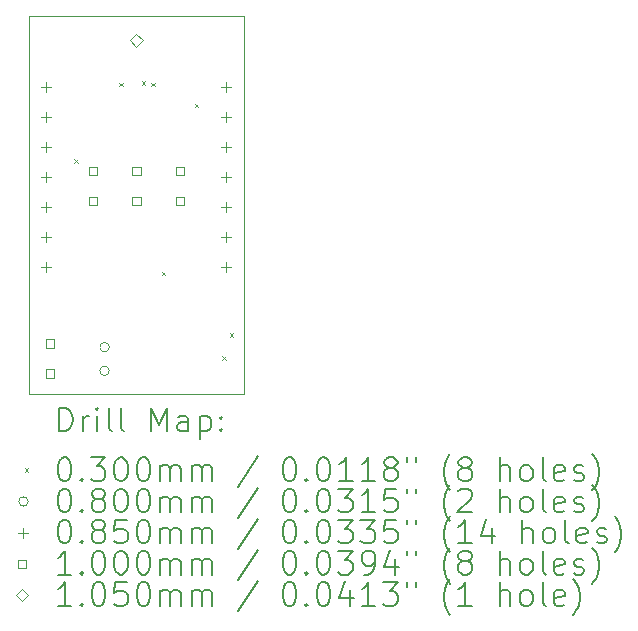
<source format=gbr>
%TF.GenerationSoftware,KiCad,Pcbnew,9.0.4*%
%TF.CreationDate,2025-10-26T13:26:50-07:00*%
%TF.ProjectId,db-collector,64622d63-6f6c-46c6-9563-746f722e6b69,rev?*%
%TF.SameCoordinates,Original*%
%TF.FileFunction,Drillmap*%
%TF.FilePolarity,Positive*%
%FSLAX45Y45*%
G04 Gerber Fmt 4.5, Leading zero omitted, Abs format (unit mm)*
G04 Created by KiCad (PCBNEW 9.0.4) date 2025-10-26 13:26:50*
%MOMM*%
%LPD*%
G01*
G04 APERTURE LIST*
%ADD10C,0.050000*%
%ADD11C,0.200000*%
%ADD12C,0.100000*%
%ADD13C,0.105000*%
G04 APERTURE END LIST*
D10*
X13066000Y-6267250D02*
X14894000Y-6267250D01*
X14894000Y-9474586D01*
X13066000Y-9474586D01*
X13066000Y-6267250D01*
D11*
D12*
X13455200Y-7485000D02*
X13485200Y-7515000D01*
X13485200Y-7485000D02*
X13455200Y-7515000D01*
X13835000Y-6835000D02*
X13865000Y-6865000D01*
X13865000Y-6835000D02*
X13835000Y-6865000D01*
X14025000Y-6825000D02*
X14055000Y-6855000D01*
X14055000Y-6825000D02*
X14025000Y-6855000D01*
X14105000Y-6835000D02*
X14135000Y-6865000D01*
X14135000Y-6835000D02*
X14105000Y-6865000D01*
X14195000Y-8435000D02*
X14225000Y-8465000D01*
X14225000Y-8435000D02*
X14195000Y-8465000D01*
X14475000Y-7015000D02*
X14505000Y-7045000D01*
X14505000Y-7015000D02*
X14475000Y-7045000D01*
X14705000Y-9150000D02*
X14735000Y-9180000D01*
X14735000Y-9150000D02*
X14705000Y-9180000D01*
X14768750Y-8955000D02*
X14798750Y-8985000D01*
X14798750Y-8955000D02*
X14768750Y-8985000D01*
X13750000Y-9074489D02*
G75*
G02*
X13670000Y-9074489I-40000J0D01*
G01*
X13670000Y-9074489D02*
G75*
G02*
X13750000Y-9074489I40000J0D01*
G01*
X13750000Y-9274489D02*
G75*
G02*
X13670000Y-9274489I-40000J0D01*
G01*
X13670000Y-9274489D02*
G75*
G02*
X13750000Y-9274489I40000J0D01*
G01*
X13218000Y-6829150D02*
X13218000Y-6914150D01*
X13175500Y-6871650D02*
X13260500Y-6871650D01*
X13218000Y-7083150D02*
X13218000Y-7168150D01*
X13175500Y-7125650D02*
X13260500Y-7125650D01*
X13218000Y-7337150D02*
X13218000Y-7422150D01*
X13175500Y-7379650D02*
X13260500Y-7379650D01*
X13218000Y-7591150D02*
X13218000Y-7676150D01*
X13175500Y-7633650D02*
X13260500Y-7633650D01*
X13218000Y-7845150D02*
X13218000Y-7930150D01*
X13175500Y-7887650D02*
X13260500Y-7887650D01*
X13218000Y-8099150D02*
X13218000Y-8184150D01*
X13175500Y-8141650D02*
X13260500Y-8141650D01*
X13218000Y-8353150D02*
X13218000Y-8438150D01*
X13175500Y-8395650D02*
X13260500Y-8395650D01*
X14742000Y-6829150D02*
X14742000Y-6914150D01*
X14699500Y-6871650D02*
X14784500Y-6871650D01*
X14742000Y-7083150D02*
X14742000Y-7168150D01*
X14699500Y-7125650D02*
X14784500Y-7125650D01*
X14742000Y-7337150D02*
X14742000Y-7422150D01*
X14699500Y-7379650D02*
X14784500Y-7379650D01*
X14742000Y-7591150D02*
X14742000Y-7676150D01*
X14699500Y-7633650D02*
X14784500Y-7633650D01*
X14742000Y-7845150D02*
X14742000Y-7930150D01*
X14699500Y-7887650D02*
X14784500Y-7887650D01*
X14742000Y-8099150D02*
X14742000Y-8184150D01*
X14699500Y-8141650D02*
X14784500Y-8141650D01*
X14742000Y-8353150D02*
X14742000Y-8438150D01*
X14699500Y-8395650D02*
X14784500Y-8395650D01*
X13285356Y-9077856D02*
X13285356Y-9007144D01*
X13214644Y-9007144D01*
X13214644Y-9077856D01*
X13285356Y-9077856D01*
X13285356Y-9331856D02*
X13285356Y-9261144D01*
X13214644Y-9261144D01*
X13214644Y-9331856D01*
X13285356Y-9331856D01*
X13645356Y-7618856D02*
X13645356Y-7548144D01*
X13574644Y-7548144D01*
X13574644Y-7618856D01*
X13645356Y-7618856D01*
X13645356Y-7872856D02*
X13645356Y-7802144D01*
X13574644Y-7802144D01*
X13574644Y-7872856D01*
X13645356Y-7872856D01*
X14015356Y-7618856D02*
X14015356Y-7548144D01*
X13944644Y-7548144D01*
X13944644Y-7618856D01*
X14015356Y-7618856D01*
X14015356Y-7872856D02*
X14015356Y-7802144D01*
X13944644Y-7802144D01*
X13944644Y-7872856D01*
X14015356Y-7872856D01*
X14385356Y-7618856D02*
X14385356Y-7548144D01*
X14314644Y-7548144D01*
X14314644Y-7618856D01*
X14385356Y-7618856D01*
X14385356Y-7872856D02*
X14385356Y-7802144D01*
X14314644Y-7802144D01*
X14314644Y-7872856D01*
X14385356Y-7872856D01*
D13*
X13980000Y-6529750D02*
X14032500Y-6477250D01*
X13980000Y-6424750D01*
X13927500Y-6477250D01*
X13980000Y-6529750D01*
D11*
X13324277Y-9788570D02*
X13324277Y-9588570D01*
X13324277Y-9588570D02*
X13371896Y-9588570D01*
X13371896Y-9588570D02*
X13400467Y-9598094D01*
X13400467Y-9598094D02*
X13419515Y-9617141D01*
X13419515Y-9617141D02*
X13429039Y-9636189D01*
X13429039Y-9636189D02*
X13438562Y-9674284D01*
X13438562Y-9674284D02*
X13438562Y-9702855D01*
X13438562Y-9702855D02*
X13429039Y-9740951D01*
X13429039Y-9740951D02*
X13419515Y-9759998D01*
X13419515Y-9759998D02*
X13400467Y-9779046D01*
X13400467Y-9779046D02*
X13371896Y-9788570D01*
X13371896Y-9788570D02*
X13324277Y-9788570D01*
X13524277Y-9788570D02*
X13524277Y-9655236D01*
X13524277Y-9693332D02*
X13533801Y-9674284D01*
X13533801Y-9674284D02*
X13543324Y-9664760D01*
X13543324Y-9664760D02*
X13562372Y-9655236D01*
X13562372Y-9655236D02*
X13581420Y-9655236D01*
X13648086Y-9788570D02*
X13648086Y-9655236D01*
X13648086Y-9588570D02*
X13638562Y-9598094D01*
X13638562Y-9598094D02*
X13648086Y-9607617D01*
X13648086Y-9607617D02*
X13657610Y-9598094D01*
X13657610Y-9598094D02*
X13648086Y-9588570D01*
X13648086Y-9588570D02*
X13648086Y-9607617D01*
X13771896Y-9788570D02*
X13752848Y-9779046D01*
X13752848Y-9779046D02*
X13743324Y-9759998D01*
X13743324Y-9759998D02*
X13743324Y-9588570D01*
X13876658Y-9788570D02*
X13857610Y-9779046D01*
X13857610Y-9779046D02*
X13848086Y-9759998D01*
X13848086Y-9759998D02*
X13848086Y-9588570D01*
X14105229Y-9788570D02*
X14105229Y-9588570D01*
X14105229Y-9588570D02*
X14171896Y-9731427D01*
X14171896Y-9731427D02*
X14238562Y-9588570D01*
X14238562Y-9588570D02*
X14238562Y-9788570D01*
X14419515Y-9788570D02*
X14419515Y-9683808D01*
X14419515Y-9683808D02*
X14409991Y-9664760D01*
X14409991Y-9664760D02*
X14390943Y-9655236D01*
X14390943Y-9655236D02*
X14352848Y-9655236D01*
X14352848Y-9655236D02*
X14333801Y-9664760D01*
X14419515Y-9779046D02*
X14400467Y-9788570D01*
X14400467Y-9788570D02*
X14352848Y-9788570D01*
X14352848Y-9788570D02*
X14333801Y-9779046D01*
X14333801Y-9779046D02*
X14324277Y-9759998D01*
X14324277Y-9759998D02*
X14324277Y-9740951D01*
X14324277Y-9740951D02*
X14333801Y-9721903D01*
X14333801Y-9721903D02*
X14352848Y-9712379D01*
X14352848Y-9712379D02*
X14400467Y-9712379D01*
X14400467Y-9712379D02*
X14419515Y-9702855D01*
X14514753Y-9655236D02*
X14514753Y-9855236D01*
X14514753Y-9664760D02*
X14533801Y-9655236D01*
X14533801Y-9655236D02*
X14571896Y-9655236D01*
X14571896Y-9655236D02*
X14590943Y-9664760D01*
X14590943Y-9664760D02*
X14600467Y-9674284D01*
X14600467Y-9674284D02*
X14609991Y-9693332D01*
X14609991Y-9693332D02*
X14609991Y-9750474D01*
X14609991Y-9750474D02*
X14600467Y-9769522D01*
X14600467Y-9769522D02*
X14590943Y-9779046D01*
X14590943Y-9779046D02*
X14571896Y-9788570D01*
X14571896Y-9788570D02*
X14533801Y-9788570D01*
X14533801Y-9788570D02*
X14514753Y-9779046D01*
X14695705Y-9769522D02*
X14705229Y-9779046D01*
X14705229Y-9779046D02*
X14695705Y-9788570D01*
X14695705Y-9788570D02*
X14686182Y-9779046D01*
X14686182Y-9779046D02*
X14695705Y-9769522D01*
X14695705Y-9769522D02*
X14695705Y-9788570D01*
X14695705Y-9664760D02*
X14705229Y-9674284D01*
X14705229Y-9674284D02*
X14695705Y-9683808D01*
X14695705Y-9683808D02*
X14686182Y-9674284D01*
X14686182Y-9674284D02*
X14695705Y-9664760D01*
X14695705Y-9664760D02*
X14695705Y-9683808D01*
D12*
X13033500Y-10102086D02*
X13063500Y-10132086D01*
X13063500Y-10102086D02*
X13033500Y-10132086D01*
D11*
X13362372Y-10008570D02*
X13381420Y-10008570D01*
X13381420Y-10008570D02*
X13400467Y-10018094D01*
X13400467Y-10018094D02*
X13409991Y-10027617D01*
X13409991Y-10027617D02*
X13419515Y-10046665D01*
X13419515Y-10046665D02*
X13429039Y-10084760D01*
X13429039Y-10084760D02*
X13429039Y-10132379D01*
X13429039Y-10132379D02*
X13419515Y-10170474D01*
X13419515Y-10170474D02*
X13409991Y-10189522D01*
X13409991Y-10189522D02*
X13400467Y-10199046D01*
X13400467Y-10199046D02*
X13381420Y-10208570D01*
X13381420Y-10208570D02*
X13362372Y-10208570D01*
X13362372Y-10208570D02*
X13343324Y-10199046D01*
X13343324Y-10199046D02*
X13333801Y-10189522D01*
X13333801Y-10189522D02*
X13324277Y-10170474D01*
X13324277Y-10170474D02*
X13314753Y-10132379D01*
X13314753Y-10132379D02*
X13314753Y-10084760D01*
X13314753Y-10084760D02*
X13324277Y-10046665D01*
X13324277Y-10046665D02*
X13333801Y-10027617D01*
X13333801Y-10027617D02*
X13343324Y-10018094D01*
X13343324Y-10018094D02*
X13362372Y-10008570D01*
X13514753Y-10189522D02*
X13524277Y-10199046D01*
X13524277Y-10199046D02*
X13514753Y-10208570D01*
X13514753Y-10208570D02*
X13505229Y-10199046D01*
X13505229Y-10199046D02*
X13514753Y-10189522D01*
X13514753Y-10189522D02*
X13514753Y-10208570D01*
X13590943Y-10008570D02*
X13714753Y-10008570D01*
X13714753Y-10008570D02*
X13648086Y-10084760D01*
X13648086Y-10084760D02*
X13676658Y-10084760D01*
X13676658Y-10084760D02*
X13695705Y-10094284D01*
X13695705Y-10094284D02*
X13705229Y-10103808D01*
X13705229Y-10103808D02*
X13714753Y-10122855D01*
X13714753Y-10122855D02*
X13714753Y-10170474D01*
X13714753Y-10170474D02*
X13705229Y-10189522D01*
X13705229Y-10189522D02*
X13695705Y-10199046D01*
X13695705Y-10199046D02*
X13676658Y-10208570D01*
X13676658Y-10208570D02*
X13619515Y-10208570D01*
X13619515Y-10208570D02*
X13600467Y-10199046D01*
X13600467Y-10199046D02*
X13590943Y-10189522D01*
X13838562Y-10008570D02*
X13857610Y-10008570D01*
X13857610Y-10008570D02*
X13876658Y-10018094D01*
X13876658Y-10018094D02*
X13886182Y-10027617D01*
X13886182Y-10027617D02*
X13895705Y-10046665D01*
X13895705Y-10046665D02*
X13905229Y-10084760D01*
X13905229Y-10084760D02*
X13905229Y-10132379D01*
X13905229Y-10132379D02*
X13895705Y-10170474D01*
X13895705Y-10170474D02*
X13886182Y-10189522D01*
X13886182Y-10189522D02*
X13876658Y-10199046D01*
X13876658Y-10199046D02*
X13857610Y-10208570D01*
X13857610Y-10208570D02*
X13838562Y-10208570D01*
X13838562Y-10208570D02*
X13819515Y-10199046D01*
X13819515Y-10199046D02*
X13809991Y-10189522D01*
X13809991Y-10189522D02*
X13800467Y-10170474D01*
X13800467Y-10170474D02*
X13790943Y-10132379D01*
X13790943Y-10132379D02*
X13790943Y-10084760D01*
X13790943Y-10084760D02*
X13800467Y-10046665D01*
X13800467Y-10046665D02*
X13809991Y-10027617D01*
X13809991Y-10027617D02*
X13819515Y-10018094D01*
X13819515Y-10018094D02*
X13838562Y-10008570D01*
X14029039Y-10008570D02*
X14048086Y-10008570D01*
X14048086Y-10008570D02*
X14067134Y-10018094D01*
X14067134Y-10018094D02*
X14076658Y-10027617D01*
X14076658Y-10027617D02*
X14086182Y-10046665D01*
X14086182Y-10046665D02*
X14095705Y-10084760D01*
X14095705Y-10084760D02*
X14095705Y-10132379D01*
X14095705Y-10132379D02*
X14086182Y-10170474D01*
X14086182Y-10170474D02*
X14076658Y-10189522D01*
X14076658Y-10189522D02*
X14067134Y-10199046D01*
X14067134Y-10199046D02*
X14048086Y-10208570D01*
X14048086Y-10208570D02*
X14029039Y-10208570D01*
X14029039Y-10208570D02*
X14009991Y-10199046D01*
X14009991Y-10199046D02*
X14000467Y-10189522D01*
X14000467Y-10189522D02*
X13990943Y-10170474D01*
X13990943Y-10170474D02*
X13981420Y-10132379D01*
X13981420Y-10132379D02*
X13981420Y-10084760D01*
X13981420Y-10084760D02*
X13990943Y-10046665D01*
X13990943Y-10046665D02*
X14000467Y-10027617D01*
X14000467Y-10027617D02*
X14009991Y-10018094D01*
X14009991Y-10018094D02*
X14029039Y-10008570D01*
X14181420Y-10208570D02*
X14181420Y-10075236D01*
X14181420Y-10094284D02*
X14190943Y-10084760D01*
X14190943Y-10084760D02*
X14209991Y-10075236D01*
X14209991Y-10075236D02*
X14238563Y-10075236D01*
X14238563Y-10075236D02*
X14257610Y-10084760D01*
X14257610Y-10084760D02*
X14267134Y-10103808D01*
X14267134Y-10103808D02*
X14267134Y-10208570D01*
X14267134Y-10103808D02*
X14276658Y-10084760D01*
X14276658Y-10084760D02*
X14295705Y-10075236D01*
X14295705Y-10075236D02*
X14324277Y-10075236D01*
X14324277Y-10075236D02*
X14343324Y-10084760D01*
X14343324Y-10084760D02*
X14352848Y-10103808D01*
X14352848Y-10103808D02*
X14352848Y-10208570D01*
X14448086Y-10208570D02*
X14448086Y-10075236D01*
X14448086Y-10094284D02*
X14457610Y-10084760D01*
X14457610Y-10084760D02*
X14476658Y-10075236D01*
X14476658Y-10075236D02*
X14505229Y-10075236D01*
X14505229Y-10075236D02*
X14524277Y-10084760D01*
X14524277Y-10084760D02*
X14533801Y-10103808D01*
X14533801Y-10103808D02*
X14533801Y-10208570D01*
X14533801Y-10103808D02*
X14543324Y-10084760D01*
X14543324Y-10084760D02*
X14562372Y-10075236D01*
X14562372Y-10075236D02*
X14590943Y-10075236D01*
X14590943Y-10075236D02*
X14609991Y-10084760D01*
X14609991Y-10084760D02*
X14619515Y-10103808D01*
X14619515Y-10103808D02*
X14619515Y-10208570D01*
X15009991Y-9999046D02*
X14838563Y-10256189D01*
X15267134Y-10008570D02*
X15286182Y-10008570D01*
X15286182Y-10008570D02*
X15305229Y-10018094D01*
X15305229Y-10018094D02*
X15314753Y-10027617D01*
X15314753Y-10027617D02*
X15324277Y-10046665D01*
X15324277Y-10046665D02*
X15333801Y-10084760D01*
X15333801Y-10084760D02*
X15333801Y-10132379D01*
X15333801Y-10132379D02*
X15324277Y-10170474D01*
X15324277Y-10170474D02*
X15314753Y-10189522D01*
X15314753Y-10189522D02*
X15305229Y-10199046D01*
X15305229Y-10199046D02*
X15286182Y-10208570D01*
X15286182Y-10208570D02*
X15267134Y-10208570D01*
X15267134Y-10208570D02*
X15248086Y-10199046D01*
X15248086Y-10199046D02*
X15238563Y-10189522D01*
X15238563Y-10189522D02*
X15229039Y-10170474D01*
X15229039Y-10170474D02*
X15219515Y-10132379D01*
X15219515Y-10132379D02*
X15219515Y-10084760D01*
X15219515Y-10084760D02*
X15229039Y-10046665D01*
X15229039Y-10046665D02*
X15238563Y-10027617D01*
X15238563Y-10027617D02*
X15248086Y-10018094D01*
X15248086Y-10018094D02*
X15267134Y-10008570D01*
X15419515Y-10189522D02*
X15429039Y-10199046D01*
X15429039Y-10199046D02*
X15419515Y-10208570D01*
X15419515Y-10208570D02*
X15409991Y-10199046D01*
X15409991Y-10199046D02*
X15419515Y-10189522D01*
X15419515Y-10189522D02*
X15419515Y-10208570D01*
X15552848Y-10008570D02*
X15571896Y-10008570D01*
X15571896Y-10008570D02*
X15590944Y-10018094D01*
X15590944Y-10018094D02*
X15600467Y-10027617D01*
X15600467Y-10027617D02*
X15609991Y-10046665D01*
X15609991Y-10046665D02*
X15619515Y-10084760D01*
X15619515Y-10084760D02*
X15619515Y-10132379D01*
X15619515Y-10132379D02*
X15609991Y-10170474D01*
X15609991Y-10170474D02*
X15600467Y-10189522D01*
X15600467Y-10189522D02*
X15590944Y-10199046D01*
X15590944Y-10199046D02*
X15571896Y-10208570D01*
X15571896Y-10208570D02*
X15552848Y-10208570D01*
X15552848Y-10208570D02*
X15533801Y-10199046D01*
X15533801Y-10199046D02*
X15524277Y-10189522D01*
X15524277Y-10189522D02*
X15514753Y-10170474D01*
X15514753Y-10170474D02*
X15505229Y-10132379D01*
X15505229Y-10132379D02*
X15505229Y-10084760D01*
X15505229Y-10084760D02*
X15514753Y-10046665D01*
X15514753Y-10046665D02*
X15524277Y-10027617D01*
X15524277Y-10027617D02*
X15533801Y-10018094D01*
X15533801Y-10018094D02*
X15552848Y-10008570D01*
X15809991Y-10208570D02*
X15695706Y-10208570D01*
X15752848Y-10208570D02*
X15752848Y-10008570D01*
X15752848Y-10008570D02*
X15733801Y-10037141D01*
X15733801Y-10037141D02*
X15714753Y-10056189D01*
X15714753Y-10056189D02*
X15695706Y-10065713D01*
X16000467Y-10208570D02*
X15886182Y-10208570D01*
X15943325Y-10208570D02*
X15943325Y-10008570D01*
X15943325Y-10008570D02*
X15924277Y-10037141D01*
X15924277Y-10037141D02*
X15905229Y-10056189D01*
X15905229Y-10056189D02*
X15886182Y-10065713D01*
X16114753Y-10094284D02*
X16095706Y-10084760D01*
X16095706Y-10084760D02*
X16086182Y-10075236D01*
X16086182Y-10075236D02*
X16076658Y-10056189D01*
X16076658Y-10056189D02*
X16076658Y-10046665D01*
X16076658Y-10046665D02*
X16086182Y-10027617D01*
X16086182Y-10027617D02*
X16095706Y-10018094D01*
X16095706Y-10018094D02*
X16114753Y-10008570D01*
X16114753Y-10008570D02*
X16152848Y-10008570D01*
X16152848Y-10008570D02*
X16171896Y-10018094D01*
X16171896Y-10018094D02*
X16181420Y-10027617D01*
X16181420Y-10027617D02*
X16190944Y-10046665D01*
X16190944Y-10046665D02*
X16190944Y-10056189D01*
X16190944Y-10056189D02*
X16181420Y-10075236D01*
X16181420Y-10075236D02*
X16171896Y-10084760D01*
X16171896Y-10084760D02*
X16152848Y-10094284D01*
X16152848Y-10094284D02*
X16114753Y-10094284D01*
X16114753Y-10094284D02*
X16095706Y-10103808D01*
X16095706Y-10103808D02*
X16086182Y-10113332D01*
X16086182Y-10113332D02*
X16076658Y-10132379D01*
X16076658Y-10132379D02*
X16076658Y-10170474D01*
X16076658Y-10170474D02*
X16086182Y-10189522D01*
X16086182Y-10189522D02*
X16095706Y-10199046D01*
X16095706Y-10199046D02*
X16114753Y-10208570D01*
X16114753Y-10208570D02*
X16152848Y-10208570D01*
X16152848Y-10208570D02*
X16171896Y-10199046D01*
X16171896Y-10199046D02*
X16181420Y-10189522D01*
X16181420Y-10189522D02*
X16190944Y-10170474D01*
X16190944Y-10170474D02*
X16190944Y-10132379D01*
X16190944Y-10132379D02*
X16181420Y-10113332D01*
X16181420Y-10113332D02*
X16171896Y-10103808D01*
X16171896Y-10103808D02*
X16152848Y-10094284D01*
X16267134Y-10008570D02*
X16267134Y-10046665D01*
X16343325Y-10008570D02*
X16343325Y-10046665D01*
X16638563Y-10284760D02*
X16629039Y-10275236D01*
X16629039Y-10275236D02*
X16609991Y-10246665D01*
X16609991Y-10246665D02*
X16600468Y-10227617D01*
X16600468Y-10227617D02*
X16590944Y-10199046D01*
X16590944Y-10199046D02*
X16581420Y-10151427D01*
X16581420Y-10151427D02*
X16581420Y-10113332D01*
X16581420Y-10113332D02*
X16590944Y-10065713D01*
X16590944Y-10065713D02*
X16600468Y-10037141D01*
X16600468Y-10037141D02*
X16609991Y-10018094D01*
X16609991Y-10018094D02*
X16629039Y-9989522D01*
X16629039Y-9989522D02*
X16638563Y-9979998D01*
X16743325Y-10094284D02*
X16724277Y-10084760D01*
X16724277Y-10084760D02*
X16714753Y-10075236D01*
X16714753Y-10075236D02*
X16705229Y-10056189D01*
X16705229Y-10056189D02*
X16705229Y-10046665D01*
X16705229Y-10046665D02*
X16714753Y-10027617D01*
X16714753Y-10027617D02*
X16724277Y-10018094D01*
X16724277Y-10018094D02*
X16743325Y-10008570D01*
X16743325Y-10008570D02*
X16781420Y-10008570D01*
X16781420Y-10008570D02*
X16800468Y-10018094D01*
X16800468Y-10018094D02*
X16809991Y-10027617D01*
X16809991Y-10027617D02*
X16819515Y-10046665D01*
X16819515Y-10046665D02*
X16819515Y-10056189D01*
X16819515Y-10056189D02*
X16809991Y-10075236D01*
X16809991Y-10075236D02*
X16800468Y-10084760D01*
X16800468Y-10084760D02*
X16781420Y-10094284D01*
X16781420Y-10094284D02*
X16743325Y-10094284D01*
X16743325Y-10094284D02*
X16724277Y-10103808D01*
X16724277Y-10103808D02*
X16714753Y-10113332D01*
X16714753Y-10113332D02*
X16705229Y-10132379D01*
X16705229Y-10132379D02*
X16705229Y-10170474D01*
X16705229Y-10170474D02*
X16714753Y-10189522D01*
X16714753Y-10189522D02*
X16724277Y-10199046D01*
X16724277Y-10199046D02*
X16743325Y-10208570D01*
X16743325Y-10208570D02*
X16781420Y-10208570D01*
X16781420Y-10208570D02*
X16800468Y-10199046D01*
X16800468Y-10199046D02*
X16809991Y-10189522D01*
X16809991Y-10189522D02*
X16819515Y-10170474D01*
X16819515Y-10170474D02*
X16819515Y-10132379D01*
X16819515Y-10132379D02*
X16809991Y-10113332D01*
X16809991Y-10113332D02*
X16800468Y-10103808D01*
X16800468Y-10103808D02*
X16781420Y-10094284D01*
X17057611Y-10208570D02*
X17057611Y-10008570D01*
X17143325Y-10208570D02*
X17143325Y-10103808D01*
X17143325Y-10103808D02*
X17133801Y-10084760D01*
X17133801Y-10084760D02*
X17114753Y-10075236D01*
X17114753Y-10075236D02*
X17086182Y-10075236D01*
X17086182Y-10075236D02*
X17067134Y-10084760D01*
X17067134Y-10084760D02*
X17057611Y-10094284D01*
X17267134Y-10208570D02*
X17248087Y-10199046D01*
X17248087Y-10199046D02*
X17238563Y-10189522D01*
X17238563Y-10189522D02*
X17229039Y-10170474D01*
X17229039Y-10170474D02*
X17229039Y-10113332D01*
X17229039Y-10113332D02*
X17238563Y-10094284D01*
X17238563Y-10094284D02*
X17248087Y-10084760D01*
X17248087Y-10084760D02*
X17267134Y-10075236D01*
X17267134Y-10075236D02*
X17295706Y-10075236D01*
X17295706Y-10075236D02*
X17314753Y-10084760D01*
X17314753Y-10084760D02*
X17324277Y-10094284D01*
X17324277Y-10094284D02*
X17333801Y-10113332D01*
X17333801Y-10113332D02*
X17333801Y-10170474D01*
X17333801Y-10170474D02*
X17324277Y-10189522D01*
X17324277Y-10189522D02*
X17314753Y-10199046D01*
X17314753Y-10199046D02*
X17295706Y-10208570D01*
X17295706Y-10208570D02*
X17267134Y-10208570D01*
X17448087Y-10208570D02*
X17429039Y-10199046D01*
X17429039Y-10199046D02*
X17419515Y-10179998D01*
X17419515Y-10179998D02*
X17419515Y-10008570D01*
X17600468Y-10199046D02*
X17581420Y-10208570D01*
X17581420Y-10208570D02*
X17543325Y-10208570D01*
X17543325Y-10208570D02*
X17524277Y-10199046D01*
X17524277Y-10199046D02*
X17514753Y-10179998D01*
X17514753Y-10179998D02*
X17514753Y-10103808D01*
X17514753Y-10103808D02*
X17524277Y-10084760D01*
X17524277Y-10084760D02*
X17543325Y-10075236D01*
X17543325Y-10075236D02*
X17581420Y-10075236D01*
X17581420Y-10075236D02*
X17600468Y-10084760D01*
X17600468Y-10084760D02*
X17609992Y-10103808D01*
X17609992Y-10103808D02*
X17609992Y-10122855D01*
X17609992Y-10122855D02*
X17514753Y-10141903D01*
X17686182Y-10199046D02*
X17705230Y-10208570D01*
X17705230Y-10208570D02*
X17743325Y-10208570D01*
X17743325Y-10208570D02*
X17762373Y-10199046D01*
X17762373Y-10199046D02*
X17771896Y-10179998D01*
X17771896Y-10179998D02*
X17771896Y-10170474D01*
X17771896Y-10170474D02*
X17762373Y-10151427D01*
X17762373Y-10151427D02*
X17743325Y-10141903D01*
X17743325Y-10141903D02*
X17714753Y-10141903D01*
X17714753Y-10141903D02*
X17695706Y-10132379D01*
X17695706Y-10132379D02*
X17686182Y-10113332D01*
X17686182Y-10113332D02*
X17686182Y-10103808D01*
X17686182Y-10103808D02*
X17695706Y-10084760D01*
X17695706Y-10084760D02*
X17714753Y-10075236D01*
X17714753Y-10075236D02*
X17743325Y-10075236D01*
X17743325Y-10075236D02*
X17762373Y-10084760D01*
X17838563Y-10284760D02*
X17848087Y-10275236D01*
X17848087Y-10275236D02*
X17867134Y-10246665D01*
X17867134Y-10246665D02*
X17876658Y-10227617D01*
X17876658Y-10227617D02*
X17886182Y-10199046D01*
X17886182Y-10199046D02*
X17895706Y-10151427D01*
X17895706Y-10151427D02*
X17895706Y-10113332D01*
X17895706Y-10113332D02*
X17886182Y-10065713D01*
X17886182Y-10065713D02*
X17876658Y-10037141D01*
X17876658Y-10037141D02*
X17867134Y-10018094D01*
X17867134Y-10018094D02*
X17848087Y-9989522D01*
X17848087Y-9989522D02*
X17838563Y-9979998D01*
D12*
X13063500Y-10381086D02*
G75*
G02*
X12983500Y-10381086I-40000J0D01*
G01*
X12983500Y-10381086D02*
G75*
G02*
X13063500Y-10381086I40000J0D01*
G01*
D11*
X13362372Y-10272570D02*
X13381420Y-10272570D01*
X13381420Y-10272570D02*
X13400467Y-10282094D01*
X13400467Y-10282094D02*
X13409991Y-10291617D01*
X13409991Y-10291617D02*
X13419515Y-10310665D01*
X13419515Y-10310665D02*
X13429039Y-10348760D01*
X13429039Y-10348760D02*
X13429039Y-10396379D01*
X13429039Y-10396379D02*
X13419515Y-10434474D01*
X13419515Y-10434474D02*
X13409991Y-10453522D01*
X13409991Y-10453522D02*
X13400467Y-10463046D01*
X13400467Y-10463046D02*
X13381420Y-10472570D01*
X13381420Y-10472570D02*
X13362372Y-10472570D01*
X13362372Y-10472570D02*
X13343324Y-10463046D01*
X13343324Y-10463046D02*
X13333801Y-10453522D01*
X13333801Y-10453522D02*
X13324277Y-10434474D01*
X13324277Y-10434474D02*
X13314753Y-10396379D01*
X13314753Y-10396379D02*
X13314753Y-10348760D01*
X13314753Y-10348760D02*
X13324277Y-10310665D01*
X13324277Y-10310665D02*
X13333801Y-10291617D01*
X13333801Y-10291617D02*
X13343324Y-10282094D01*
X13343324Y-10282094D02*
X13362372Y-10272570D01*
X13514753Y-10453522D02*
X13524277Y-10463046D01*
X13524277Y-10463046D02*
X13514753Y-10472570D01*
X13514753Y-10472570D02*
X13505229Y-10463046D01*
X13505229Y-10463046D02*
X13514753Y-10453522D01*
X13514753Y-10453522D02*
X13514753Y-10472570D01*
X13638562Y-10358284D02*
X13619515Y-10348760D01*
X13619515Y-10348760D02*
X13609991Y-10339236D01*
X13609991Y-10339236D02*
X13600467Y-10320189D01*
X13600467Y-10320189D02*
X13600467Y-10310665D01*
X13600467Y-10310665D02*
X13609991Y-10291617D01*
X13609991Y-10291617D02*
X13619515Y-10282094D01*
X13619515Y-10282094D02*
X13638562Y-10272570D01*
X13638562Y-10272570D02*
X13676658Y-10272570D01*
X13676658Y-10272570D02*
X13695705Y-10282094D01*
X13695705Y-10282094D02*
X13705229Y-10291617D01*
X13705229Y-10291617D02*
X13714753Y-10310665D01*
X13714753Y-10310665D02*
X13714753Y-10320189D01*
X13714753Y-10320189D02*
X13705229Y-10339236D01*
X13705229Y-10339236D02*
X13695705Y-10348760D01*
X13695705Y-10348760D02*
X13676658Y-10358284D01*
X13676658Y-10358284D02*
X13638562Y-10358284D01*
X13638562Y-10358284D02*
X13619515Y-10367808D01*
X13619515Y-10367808D02*
X13609991Y-10377332D01*
X13609991Y-10377332D02*
X13600467Y-10396379D01*
X13600467Y-10396379D02*
X13600467Y-10434474D01*
X13600467Y-10434474D02*
X13609991Y-10453522D01*
X13609991Y-10453522D02*
X13619515Y-10463046D01*
X13619515Y-10463046D02*
X13638562Y-10472570D01*
X13638562Y-10472570D02*
X13676658Y-10472570D01*
X13676658Y-10472570D02*
X13695705Y-10463046D01*
X13695705Y-10463046D02*
X13705229Y-10453522D01*
X13705229Y-10453522D02*
X13714753Y-10434474D01*
X13714753Y-10434474D02*
X13714753Y-10396379D01*
X13714753Y-10396379D02*
X13705229Y-10377332D01*
X13705229Y-10377332D02*
X13695705Y-10367808D01*
X13695705Y-10367808D02*
X13676658Y-10358284D01*
X13838562Y-10272570D02*
X13857610Y-10272570D01*
X13857610Y-10272570D02*
X13876658Y-10282094D01*
X13876658Y-10282094D02*
X13886182Y-10291617D01*
X13886182Y-10291617D02*
X13895705Y-10310665D01*
X13895705Y-10310665D02*
X13905229Y-10348760D01*
X13905229Y-10348760D02*
X13905229Y-10396379D01*
X13905229Y-10396379D02*
X13895705Y-10434474D01*
X13895705Y-10434474D02*
X13886182Y-10453522D01*
X13886182Y-10453522D02*
X13876658Y-10463046D01*
X13876658Y-10463046D02*
X13857610Y-10472570D01*
X13857610Y-10472570D02*
X13838562Y-10472570D01*
X13838562Y-10472570D02*
X13819515Y-10463046D01*
X13819515Y-10463046D02*
X13809991Y-10453522D01*
X13809991Y-10453522D02*
X13800467Y-10434474D01*
X13800467Y-10434474D02*
X13790943Y-10396379D01*
X13790943Y-10396379D02*
X13790943Y-10348760D01*
X13790943Y-10348760D02*
X13800467Y-10310665D01*
X13800467Y-10310665D02*
X13809991Y-10291617D01*
X13809991Y-10291617D02*
X13819515Y-10282094D01*
X13819515Y-10282094D02*
X13838562Y-10272570D01*
X14029039Y-10272570D02*
X14048086Y-10272570D01*
X14048086Y-10272570D02*
X14067134Y-10282094D01*
X14067134Y-10282094D02*
X14076658Y-10291617D01*
X14076658Y-10291617D02*
X14086182Y-10310665D01*
X14086182Y-10310665D02*
X14095705Y-10348760D01*
X14095705Y-10348760D02*
X14095705Y-10396379D01*
X14095705Y-10396379D02*
X14086182Y-10434474D01*
X14086182Y-10434474D02*
X14076658Y-10453522D01*
X14076658Y-10453522D02*
X14067134Y-10463046D01*
X14067134Y-10463046D02*
X14048086Y-10472570D01*
X14048086Y-10472570D02*
X14029039Y-10472570D01*
X14029039Y-10472570D02*
X14009991Y-10463046D01*
X14009991Y-10463046D02*
X14000467Y-10453522D01*
X14000467Y-10453522D02*
X13990943Y-10434474D01*
X13990943Y-10434474D02*
X13981420Y-10396379D01*
X13981420Y-10396379D02*
X13981420Y-10348760D01*
X13981420Y-10348760D02*
X13990943Y-10310665D01*
X13990943Y-10310665D02*
X14000467Y-10291617D01*
X14000467Y-10291617D02*
X14009991Y-10282094D01*
X14009991Y-10282094D02*
X14029039Y-10272570D01*
X14181420Y-10472570D02*
X14181420Y-10339236D01*
X14181420Y-10358284D02*
X14190943Y-10348760D01*
X14190943Y-10348760D02*
X14209991Y-10339236D01*
X14209991Y-10339236D02*
X14238563Y-10339236D01*
X14238563Y-10339236D02*
X14257610Y-10348760D01*
X14257610Y-10348760D02*
X14267134Y-10367808D01*
X14267134Y-10367808D02*
X14267134Y-10472570D01*
X14267134Y-10367808D02*
X14276658Y-10348760D01*
X14276658Y-10348760D02*
X14295705Y-10339236D01*
X14295705Y-10339236D02*
X14324277Y-10339236D01*
X14324277Y-10339236D02*
X14343324Y-10348760D01*
X14343324Y-10348760D02*
X14352848Y-10367808D01*
X14352848Y-10367808D02*
X14352848Y-10472570D01*
X14448086Y-10472570D02*
X14448086Y-10339236D01*
X14448086Y-10358284D02*
X14457610Y-10348760D01*
X14457610Y-10348760D02*
X14476658Y-10339236D01*
X14476658Y-10339236D02*
X14505229Y-10339236D01*
X14505229Y-10339236D02*
X14524277Y-10348760D01*
X14524277Y-10348760D02*
X14533801Y-10367808D01*
X14533801Y-10367808D02*
X14533801Y-10472570D01*
X14533801Y-10367808D02*
X14543324Y-10348760D01*
X14543324Y-10348760D02*
X14562372Y-10339236D01*
X14562372Y-10339236D02*
X14590943Y-10339236D01*
X14590943Y-10339236D02*
X14609991Y-10348760D01*
X14609991Y-10348760D02*
X14619515Y-10367808D01*
X14619515Y-10367808D02*
X14619515Y-10472570D01*
X15009991Y-10263046D02*
X14838563Y-10520189D01*
X15267134Y-10272570D02*
X15286182Y-10272570D01*
X15286182Y-10272570D02*
X15305229Y-10282094D01*
X15305229Y-10282094D02*
X15314753Y-10291617D01*
X15314753Y-10291617D02*
X15324277Y-10310665D01*
X15324277Y-10310665D02*
X15333801Y-10348760D01*
X15333801Y-10348760D02*
X15333801Y-10396379D01*
X15333801Y-10396379D02*
X15324277Y-10434474D01*
X15324277Y-10434474D02*
X15314753Y-10453522D01*
X15314753Y-10453522D02*
X15305229Y-10463046D01*
X15305229Y-10463046D02*
X15286182Y-10472570D01*
X15286182Y-10472570D02*
X15267134Y-10472570D01*
X15267134Y-10472570D02*
X15248086Y-10463046D01*
X15248086Y-10463046D02*
X15238563Y-10453522D01*
X15238563Y-10453522D02*
X15229039Y-10434474D01*
X15229039Y-10434474D02*
X15219515Y-10396379D01*
X15219515Y-10396379D02*
X15219515Y-10348760D01*
X15219515Y-10348760D02*
X15229039Y-10310665D01*
X15229039Y-10310665D02*
X15238563Y-10291617D01*
X15238563Y-10291617D02*
X15248086Y-10282094D01*
X15248086Y-10282094D02*
X15267134Y-10272570D01*
X15419515Y-10453522D02*
X15429039Y-10463046D01*
X15429039Y-10463046D02*
X15419515Y-10472570D01*
X15419515Y-10472570D02*
X15409991Y-10463046D01*
X15409991Y-10463046D02*
X15419515Y-10453522D01*
X15419515Y-10453522D02*
X15419515Y-10472570D01*
X15552848Y-10272570D02*
X15571896Y-10272570D01*
X15571896Y-10272570D02*
X15590944Y-10282094D01*
X15590944Y-10282094D02*
X15600467Y-10291617D01*
X15600467Y-10291617D02*
X15609991Y-10310665D01*
X15609991Y-10310665D02*
X15619515Y-10348760D01*
X15619515Y-10348760D02*
X15619515Y-10396379D01*
X15619515Y-10396379D02*
X15609991Y-10434474D01*
X15609991Y-10434474D02*
X15600467Y-10453522D01*
X15600467Y-10453522D02*
X15590944Y-10463046D01*
X15590944Y-10463046D02*
X15571896Y-10472570D01*
X15571896Y-10472570D02*
X15552848Y-10472570D01*
X15552848Y-10472570D02*
X15533801Y-10463046D01*
X15533801Y-10463046D02*
X15524277Y-10453522D01*
X15524277Y-10453522D02*
X15514753Y-10434474D01*
X15514753Y-10434474D02*
X15505229Y-10396379D01*
X15505229Y-10396379D02*
X15505229Y-10348760D01*
X15505229Y-10348760D02*
X15514753Y-10310665D01*
X15514753Y-10310665D02*
X15524277Y-10291617D01*
X15524277Y-10291617D02*
X15533801Y-10282094D01*
X15533801Y-10282094D02*
X15552848Y-10272570D01*
X15686182Y-10272570D02*
X15809991Y-10272570D01*
X15809991Y-10272570D02*
X15743325Y-10348760D01*
X15743325Y-10348760D02*
X15771896Y-10348760D01*
X15771896Y-10348760D02*
X15790944Y-10358284D01*
X15790944Y-10358284D02*
X15800467Y-10367808D01*
X15800467Y-10367808D02*
X15809991Y-10386855D01*
X15809991Y-10386855D02*
X15809991Y-10434474D01*
X15809991Y-10434474D02*
X15800467Y-10453522D01*
X15800467Y-10453522D02*
X15790944Y-10463046D01*
X15790944Y-10463046D02*
X15771896Y-10472570D01*
X15771896Y-10472570D02*
X15714753Y-10472570D01*
X15714753Y-10472570D02*
X15695706Y-10463046D01*
X15695706Y-10463046D02*
X15686182Y-10453522D01*
X16000467Y-10472570D02*
X15886182Y-10472570D01*
X15943325Y-10472570D02*
X15943325Y-10272570D01*
X15943325Y-10272570D02*
X15924277Y-10301141D01*
X15924277Y-10301141D02*
X15905229Y-10320189D01*
X15905229Y-10320189D02*
X15886182Y-10329713D01*
X16181420Y-10272570D02*
X16086182Y-10272570D01*
X16086182Y-10272570D02*
X16076658Y-10367808D01*
X16076658Y-10367808D02*
X16086182Y-10358284D01*
X16086182Y-10358284D02*
X16105229Y-10348760D01*
X16105229Y-10348760D02*
X16152848Y-10348760D01*
X16152848Y-10348760D02*
X16171896Y-10358284D01*
X16171896Y-10358284D02*
X16181420Y-10367808D01*
X16181420Y-10367808D02*
X16190944Y-10386855D01*
X16190944Y-10386855D02*
X16190944Y-10434474D01*
X16190944Y-10434474D02*
X16181420Y-10453522D01*
X16181420Y-10453522D02*
X16171896Y-10463046D01*
X16171896Y-10463046D02*
X16152848Y-10472570D01*
X16152848Y-10472570D02*
X16105229Y-10472570D01*
X16105229Y-10472570D02*
X16086182Y-10463046D01*
X16086182Y-10463046D02*
X16076658Y-10453522D01*
X16267134Y-10272570D02*
X16267134Y-10310665D01*
X16343325Y-10272570D02*
X16343325Y-10310665D01*
X16638563Y-10548760D02*
X16629039Y-10539236D01*
X16629039Y-10539236D02*
X16609991Y-10510665D01*
X16609991Y-10510665D02*
X16600468Y-10491617D01*
X16600468Y-10491617D02*
X16590944Y-10463046D01*
X16590944Y-10463046D02*
X16581420Y-10415427D01*
X16581420Y-10415427D02*
X16581420Y-10377332D01*
X16581420Y-10377332D02*
X16590944Y-10329713D01*
X16590944Y-10329713D02*
X16600468Y-10301141D01*
X16600468Y-10301141D02*
X16609991Y-10282094D01*
X16609991Y-10282094D02*
X16629039Y-10253522D01*
X16629039Y-10253522D02*
X16638563Y-10243998D01*
X16705229Y-10291617D02*
X16714753Y-10282094D01*
X16714753Y-10282094D02*
X16733801Y-10272570D01*
X16733801Y-10272570D02*
X16781420Y-10272570D01*
X16781420Y-10272570D02*
X16800468Y-10282094D01*
X16800468Y-10282094D02*
X16809991Y-10291617D01*
X16809991Y-10291617D02*
X16819515Y-10310665D01*
X16819515Y-10310665D02*
X16819515Y-10329713D01*
X16819515Y-10329713D02*
X16809991Y-10358284D01*
X16809991Y-10358284D02*
X16695706Y-10472570D01*
X16695706Y-10472570D02*
X16819515Y-10472570D01*
X17057611Y-10472570D02*
X17057611Y-10272570D01*
X17143325Y-10472570D02*
X17143325Y-10367808D01*
X17143325Y-10367808D02*
X17133801Y-10348760D01*
X17133801Y-10348760D02*
X17114753Y-10339236D01*
X17114753Y-10339236D02*
X17086182Y-10339236D01*
X17086182Y-10339236D02*
X17067134Y-10348760D01*
X17067134Y-10348760D02*
X17057611Y-10358284D01*
X17267134Y-10472570D02*
X17248087Y-10463046D01*
X17248087Y-10463046D02*
X17238563Y-10453522D01*
X17238563Y-10453522D02*
X17229039Y-10434474D01*
X17229039Y-10434474D02*
X17229039Y-10377332D01*
X17229039Y-10377332D02*
X17238563Y-10358284D01*
X17238563Y-10358284D02*
X17248087Y-10348760D01*
X17248087Y-10348760D02*
X17267134Y-10339236D01*
X17267134Y-10339236D02*
X17295706Y-10339236D01*
X17295706Y-10339236D02*
X17314753Y-10348760D01*
X17314753Y-10348760D02*
X17324277Y-10358284D01*
X17324277Y-10358284D02*
X17333801Y-10377332D01*
X17333801Y-10377332D02*
X17333801Y-10434474D01*
X17333801Y-10434474D02*
X17324277Y-10453522D01*
X17324277Y-10453522D02*
X17314753Y-10463046D01*
X17314753Y-10463046D02*
X17295706Y-10472570D01*
X17295706Y-10472570D02*
X17267134Y-10472570D01*
X17448087Y-10472570D02*
X17429039Y-10463046D01*
X17429039Y-10463046D02*
X17419515Y-10443998D01*
X17419515Y-10443998D02*
X17419515Y-10272570D01*
X17600468Y-10463046D02*
X17581420Y-10472570D01*
X17581420Y-10472570D02*
X17543325Y-10472570D01*
X17543325Y-10472570D02*
X17524277Y-10463046D01*
X17524277Y-10463046D02*
X17514753Y-10443998D01*
X17514753Y-10443998D02*
X17514753Y-10367808D01*
X17514753Y-10367808D02*
X17524277Y-10348760D01*
X17524277Y-10348760D02*
X17543325Y-10339236D01*
X17543325Y-10339236D02*
X17581420Y-10339236D01*
X17581420Y-10339236D02*
X17600468Y-10348760D01*
X17600468Y-10348760D02*
X17609992Y-10367808D01*
X17609992Y-10367808D02*
X17609992Y-10386855D01*
X17609992Y-10386855D02*
X17514753Y-10405903D01*
X17686182Y-10463046D02*
X17705230Y-10472570D01*
X17705230Y-10472570D02*
X17743325Y-10472570D01*
X17743325Y-10472570D02*
X17762373Y-10463046D01*
X17762373Y-10463046D02*
X17771896Y-10443998D01*
X17771896Y-10443998D02*
X17771896Y-10434474D01*
X17771896Y-10434474D02*
X17762373Y-10415427D01*
X17762373Y-10415427D02*
X17743325Y-10405903D01*
X17743325Y-10405903D02*
X17714753Y-10405903D01*
X17714753Y-10405903D02*
X17695706Y-10396379D01*
X17695706Y-10396379D02*
X17686182Y-10377332D01*
X17686182Y-10377332D02*
X17686182Y-10367808D01*
X17686182Y-10367808D02*
X17695706Y-10348760D01*
X17695706Y-10348760D02*
X17714753Y-10339236D01*
X17714753Y-10339236D02*
X17743325Y-10339236D01*
X17743325Y-10339236D02*
X17762373Y-10348760D01*
X17838563Y-10548760D02*
X17848087Y-10539236D01*
X17848087Y-10539236D02*
X17867134Y-10510665D01*
X17867134Y-10510665D02*
X17876658Y-10491617D01*
X17876658Y-10491617D02*
X17886182Y-10463046D01*
X17886182Y-10463046D02*
X17895706Y-10415427D01*
X17895706Y-10415427D02*
X17895706Y-10377332D01*
X17895706Y-10377332D02*
X17886182Y-10329713D01*
X17886182Y-10329713D02*
X17876658Y-10301141D01*
X17876658Y-10301141D02*
X17867134Y-10282094D01*
X17867134Y-10282094D02*
X17848087Y-10253522D01*
X17848087Y-10253522D02*
X17838563Y-10243998D01*
D12*
X13021000Y-10602586D02*
X13021000Y-10687586D01*
X12978500Y-10645086D02*
X13063500Y-10645086D01*
D11*
X13362372Y-10536570D02*
X13381420Y-10536570D01*
X13381420Y-10536570D02*
X13400467Y-10546094D01*
X13400467Y-10546094D02*
X13409991Y-10555617D01*
X13409991Y-10555617D02*
X13419515Y-10574665D01*
X13419515Y-10574665D02*
X13429039Y-10612760D01*
X13429039Y-10612760D02*
X13429039Y-10660379D01*
X13429039Y-10660379D02*
X13419515Y-10698474D01*
X13419515Y-10698474D02*
X13409991Y-10717522D01*
X13409991Y-10717522D02*
X13400467Y-10727046D01*
X13400467Y-10727046D02*
X13381420Y-10736570D01*
X13381420Y-10736570D02*
X13362372Y-10736570D01*
X13362372Y-10736570D02*
X13343324Y-10727046D01*
X13343324Y-10727046D02*
X13333801Y-10717522D01*
X13333801Y-10717522D02*
X13324277Y-10698474D01*
X13324277Y-10698474D02*
X13314753Y-10660379D01*
X13314753Y-10660379D02*
X13314753Y-10612760D01*
X13314753Y-10612760D02*
X13324277Y-10574665D01*
X13324277Y-10574665D02*
X13333801Y-10555617D01*
X13333801Y-10555617D02*
X13343324Y-10546094D01*
X13343324Y-10546094D02*
X13362372Y-10536570D01*
X13514753Y-10717522D02*
X13524277Y-10727046D01*
X13524277Y-10727046D02*
X13514753Y-10736570D01*
X13514753Y-10736570D02*
X13505229Y-10727046D01*
X13505229Y-10727046D02*
X13514753Y-10717522D01*
X13514753Y-10717522D02*
X13514753Y-10736570D01*
X13638562Y-10622284D02*
X13619515Y-10612760D01*
X13619515Y-10612760D02*
X13609991Y-10603236D01*
X13609991Y-10603236D02*
X13600467Y-10584189D01*
X13600467Y-10584189D02*
X13600467Y-10574665D01*
X13600467Y-10574665D02*
X13609991Y-10555617D01*
X13609991Y-10555617D02*
X13619515Y-10546094D01*
X13619515Y-10546094D02*
X13638562Y-10536570D01*
X13638562Y-10536570D02*
X13676658Y-10536570D01*
X13676658Y-10536570D02*
X13695705Y-10546094D01*
X13695705Y-10546094D02*
X13705229Y-10555617D01*
X13705229Y-10555617D02*
X13714753Y-10574665D01*
X13714753Y-10574665D02*
X13714753Y-10584189D01*
X13714753Y-10584189D02*
X13705229Y-10603236D01*
X13705229Y-10603236D02*
X13695705Y-10612760D01*
X13695705Y-10612760D02*
X13676658Y-10622284D01*
X13676658Y-10622284D02*
X13638562Y-10622284D01*
X13638562Y-10622284D02*
X13619515Y-10631808D01*
X13619515Y-10631808D02*
X13609991Y-10641332D01*
X13609991Y-10641332D02*
X13600467Y-10660379D01*
X13600467Y-10660379D02*
X13600467Y-10698474D01*
X13600467Y-10698474D02*
X13609991Y-10717522D01*
X13609991Y-10717522D02*
X13619515Y-10727046D01*
X13619515Y-10727046D02*
X13638562Y-10736570D01*
X13638562Y-10736570D02*
X13676658Y-10736570D01*
X13676658Y-10736570D02*
X13695705Y-10727046D01*
X13695705Y-10727046D02*
X13705229Y-10717522D01*
X13705229Y-10717522D02*
X13714753Y-10698474D01*
X13714753Y-10698474D02*
X13714753Y-10660379D01*
X13714753Y-10660379D02*
X13705229Y-10641332D01*
X13705229Y-10641332D02*
X13695705Y-10631808D01*
X13695705Y-10631808D02*
X13676658Y-10622284D01*
X13895705Y-10536570D02*
X13800467Y-10536570D01*
X13800467Y-10536570D02*
X13790943Y-10631808D01*
X13790943Y-10631808D02*
X13800467Y-10622284D01*
X13800467Y-10622284D02*
X13819515Y-10612760D01*
X13819515Y-10612760D02*
X13867134Y-10612760D01*
X13867134Y-10612760D02*
X13886182Y-10622284D01*
X13886182Y-10622284D02*
X13895705Y-10631808D01*
X13895705Y-10631808D02*
X13905229Y-10650855D01*
X13905229Y-10650855D02*
X13905229Y-10698474D01*
X13905229Y-10698474D02*
X13895705Y-10717522D01*
X13895705Y-10717522D02*
X13886182Y-10727046D01*
X13886182Y-10727046D02*
X13867134Y-10736570D01*
X13867134Y-10736570D02*
X13819515Y-10736570D01*
X13819515Y-10736570D02*
X13800467Y-10727046D01*
X13800467Y-10727046D02*
X13790943Y-10717522D01*
X14029039Y-10536570D02*
X14048086Y-10536570D01*
X14048086Y-10536570D02*
X14067134Y-10546094D01*
X14067134Y-10546094D02*
X14076658Y-10555617D01*
X14076658Y-10555617D02*
X14086182Y-10574665D01*
X14086182Y-10574665D02*
X14095705Y-10612760D01*
X14095705Y-10612760D02*
X14095705Y-10660379D01*
X14095705Y-10660379D02*
X14086182Y-10698474D01*
X14086182Y-10698474D02*
X14076658Y-10717522D01*
X14076658Y-10717522D02*
X14067134Y-10727046D01*
X14067134Y-10727046D02*
X14048086Y-10736570D01*
X14048086Y-10736570D02*
X14029039Y-10736570D01*
X14029039Y-10736570D02*
X14009991Y-10727046D01*
X14009991Y-10727046D02*
X14000467Y-10717522D01*
X14000467Y-10717522D02*
X13990943Y-10698474D01*
X13990943Y-10698474D02*
X13981420Y-10660379D01*
X13981420Y-10660379D02*
X13981420Y-10612760D01*
X13981420Y-10612760D02*
X13990943Y-10574665D01*
X13990943Y-10574665D02*
X14000467Y-10555617D01*
X14000467Y-10555617D02*
X14009991Y-10546094D01*
X14009991Y-10546094D02*
X14029039Y-10536570D01*
X14181420Y-10736570D02*
X14181420Y-10603236D01*
X14181420Y-10622284D02*
X14190943Y-10612760D01*
X14190943Y-10612760D02*
X14209991Y-10603236D01*
X14209991Y-10603236D02*
X14238563Y-10603236D01*
X14238563Y-10603236D02*
X14257610Y-10612760D01*
X14257610Y-10612760D02*
X14267134Y-10631808D01*
X14267134Y-10631808D02*
X14267134Y-10736570D01*
X14267134Y-10631808D02*
X14276658Y-10612760D01*
X14276658Y-10612760D02*
X14295705Y-10603236D01*
X14295705Y-10603236D02*
X14324277Y-10603236D01*
X14324277Y-10603236D02*
X14343324Y-10612760D01*
X14343324Y-10612760D02*
X14352848Y-10631808D01*
X14352848Y-10631808D02*
X14352848Y-10736570D01*
X14448086Y-10736570D02*
X14448086Y-10603236D01*
X14448086Y-10622284D02*
X14457610Y-10612760D01*
X14457610Y-10612760D02*
X14476658Y-10603236D01*
X14476658Y-10603236D02*
X14505229Y-10603236D01*
X14505229Y-10603236D02*
X14524277Y-10612760D01*
X14524277Y-10612760D02*
X14533801Y-10631808D01*
X14533801Y-10631808D02*
X14533801Y-10736570D01*
X14533801Y-10631808D02*
X14543324Y-10612760D01*
X14543324Y-10612760D02*
X14562372Y-10603236D01*
X14562372Y-10603236D02*
X14590943Y-10603236D01*
X14590943Y-10603236D02*
X14609991Y-10612760D01*
X14609991Y-10612760D02*
X14619515Y-10631808D01*
X14619515Y-10631808D02*
X14619515Y-10736570D01*
X15009991Y-10527046D02*
X14838563Y-10784189D01*
X15267134Y-10536570D02*
X15286182Y-10536570D01*
X15286182Y-10536570D02*
X15305229Y-10546094D01*
X15305229Y-10546094D02*
X15314753Y-10555617D01*
X15314753Y-10555617D02*
X15324277Y-10574665D01*
X15324277Y-10574665D02*
X15333801Y-10612760D01*
X15333801Y-10612760D02*
X15333801Y-10660379D01*
X15333801Y-10660379D02*
X15324277Y-10698474D01*
X15324277Y-10698474D02*
X15314753Y-10717522D01*
X15314753Y-10717522D02*
X15305229Y-10727046D01*
X15305229Y-10727046D02*
X15286182Y-10736570D01*
X15286182Y-10736570D02*
X15267134Y-10736570D01*
X15267134Y-10736570D02*
X15248086Y-10727046D01*
X15248086Y-10727046D02*
X15238563Y-10717522D01*
X15238563Y-10717522D02*
X15229039Y-10698474D01*
X15229039Y-10698474D02*
X15219515Y-10660379D01*
X15219515Y-10660379D02*
X15219515Y-10612760D01*
X15219515Y-10612760D02*
X15229039Y-10574665D01*
X15229039Y-10574665D02*
X15238563Y-10555617D01*
X15238563Y-10555617D02*
X15248086Y-10546094D01*
X15248086Y-10546094D02*
X15267134Y-10536570D01*
X15419515Y-10717522D02*
X15429039Y-10727046D01*
X15429039Y-10727046D02*
X15419515Y-10736570D01*
X15419515Y-10736570D02*
X15409991Y-10727046D01*
X15409991Y-10727046D02*
X15419515Y-10717522D01*
X15419515Y-10717522D02*
X15419515Y-10736570D01*
X15552848Y-10536570D02*
X15571896Y-10536570D01*
X15571896Y-10536570D02*
X15590944Y-10546094D01*
X15590944Y-10546094D02*
X15600467Y-10555617D01*
X15600467Y-10555617D02*
X15609991Y-10574665D01*
X15609991Y-10574665D02*
X15619515Y-10612760D01*
X15619515Y-10612760D02*
X15619515Y-10660379D01*
X15619515Y-10660379D02*
X15609991Y-10698474D01*
X15609991Y-10698474D02*
X15600467Y-10717522D01*
X15600467Y-10717522D02*
X15590944Y-10727046D01*
X15590944Y-10727046D02*
X15571896Y-10736570D01*
X15571896Y-10736570D02*
X15552848Y-10736570D01*
X15552848Y-10736570D02*
X15533801Y-10727046D01*
X15533801Y-10727046D02*
X15524277Y-10717522D01*
X15524277Y-10717522D02*
X15514753Y-10698474D01*
X15514753Y-10698474D02*
X15505229Y-10660379D01*
X15505229Y-10660379D02*
X15505229Y-10612760D01*
X15505229Y-10612760D02*
X15514753Y-10574665D01*
X15514753Y-10574665D02*
X15524277Y-10555617D01*
X15524277Y-10555617D02*
X15533801Y-10546094D01*
X15533801Y-10546094D02*
X15552848Y-10536570D01*
X15686182Y-10536570D02*
X15809991Y-10536570D01*
X15809991Y-10536570D02*
X15743325Y-10612760D01*
X15743325Y-10612760D02*
X15771896Y-10612760D01*
X15771896Y-10612760D02*
X15790944Y-10622284D01*
X15790944Y-10622284D02*
X15800467Y-10631808D01*
X15800467Y-10631808D02*
X15809991Y-10650855D01*
X15809991Y-10650855D02*
X15809991Y-10698474D01*
X15809991Y-10698474D02*
X15800467Y-10717522D01*
X15800467Y-10717522D02*
X15790944Y-10727046D01*
X15790944Y-10727046D02*
X15771896Y-10736570D01*
X15771896Y-10736570D02*
X15714753Y-10736570D01*
X15714753Y-10736570D02*
X15695706Y-10727046D01*
X15695706Y-10727046D02*
X15686182Y-10717522D01*
X15876658Y-10536570D02*
X16000467Y-10536570D01*
X16000467Y-10536570D02*
X15933801Y-10612760D01*
X15933801Y-10612760D02*
X15962372Y-10612760D01*
X15962372Y-10612760D02*
X15981420Y-10622284D01*
X15981420Y-10622284D02*
X15990944Y-10631808D01*
X15990944Y-10631808D02*
X16000467Y-10650855D01*
X16000467Y-10650855D02*
X16000467Y-10698474D01*
X16000467Y-10698474D02*
X15990944Y-10717522D01*
X15990944Y-10717522D02*
X15981420Y-10727046D01*
X15981420Y-10727046D02*
X15962372Y-10736570D01*
X15962372Y-10736570D02*
X15905229Y-10736570D01*
X15905229Y-10736570D02*
X15886182Y-10727046D01*
X15886182Y-10727046D02*
X15876658Y-10717522D01*
X16181420Y-10536570D02*
X16086182Y-10536570D01*
X16086182Y-10536570D02*
X16076658Y-10631808D01*
X16076658Y-10631808D02*
X16086182Y-10622284D01*
X16086182Y-10622284D02*
X16105229Y-10612760D01*
X16105229Y-10612760D02*
X16152848Y-10612760D01*
X16152848Y-10612760D02*
X16171896Y-10622284D01*
X16171896Y-10622284D02*
X16181420Y-10631808D01*
X16181420Y-10631808D02*
X16190944Y-10650855D01*
X16190944Y-10650855D02*
X16190944Y-10698474D01*
X16190944Y-10698474D02*
X16181420Y-10717522D01*
X16181420Y-10717522D02*
X16171896Y-10727046D01*
X16171896Y-10727046D02*
X16152848Y-10736570D01*
X16152848Y-10736570D02*
X16105229Y-10736570D01*
X16105229Y-10736570D02*
X16086182Y-10727046D01*
X16086182Y-10727046D02*
X16076658Y-10717522D01*
X16267134Y-10536570D02*
X16267134Y-10574665D01*
X16343325Y-10536570D02*
X16343325Y-10574665D01*
X16638563Y-10812760D02*
X16629039Y-10803236D01*
X16629039Y-10803236D02*
X16609991Y-10774665D01*
X16609991Y-10774665D02*
X16600468Y-10755617D01*
X16600468Y-10755617D02*
X16590944Y-10727046D01*
X16590944Y-10727046D02*
X16581420Y-10679427D01*
X16581420Y-10679427D02*
X16581420Y-10641332D01*
X16581420Y-10641332D02*
X16590944Y-10593713D01*
X16590944Y-10593713D02*
X16600468Y-10565141D01*
X16600468Y-10565141D02*
X16609991Y-10546094D01*
X16609991Y-10546094D02*
X16629039Y-10517522D01*
X16629039Y-10517522D02*
X16638563Y-10507998D01*
X16819515Y-10736570D02*
X16705229Y-10736570D01*
X16762372Y-10736570D02*
X16762372Y-10536570D01*
X16762372Y-10536570D02*
X16743325Y-10565141D01*
X16743325Y-10565141D02*
X16724277Y-10584189D01*
X16724277Y-10584189D02*
X16705229Y-10593713D01*
X16990944Y-10603236D02*
X16990944Y-10736570D01*
X16943325Y-10527046D02*
X16895706Y-10669903D01*
X16895706Y-10669903D02*
X17019515Y-10669903D01*
X17248087Y-10736570D02*
X17248087Y-10536570D01*
X17333801Y-10736570D02*
X17333801Y-10631808D01*
X17333801Y-10631808D02*
X17324277Y-10612760D01*
X17324277Y-10612760D02*
X17305230Y-10603236D01*
X17305230Y-10603236D02*
X17276658Y-10603236D01*
X17276658Y-10603236D02*
X17257611Y-10612760D01*
X17257611Y-10612760D02*
X17248087Y-10622284D01*
X17457611Y-10736570D02*
X17438563Y-10727046D01*
X17438563Y-10727046D02*
X17429039Y-10717522D01*
X17429039Y-10717522D02*
X17419515Y-10698474D01*
X17419515Y-10698474D02*
X17419515Y-10641332D01*
X17419515Y-10641332D02*
X17429039Y-10622284D01*
X17429039Y-10622284D02*
X17438563Y-10612760D01*
X17438563Y-10612760D02*
X17457611Y-10603236D01*
X17457611Y-10603236D02*
X17486182Y-10603236D01*
X17486182Y-10603236D02*
X17505230Y-10612760D01*
X17505230Y-10612760D02*
X17514753Y-10622284D01*
X17514753Y-10622284D02*
X17524277Y-10641332D01*
X17524277Y-10641332D02*
X17524277Y-10698474D01*
X17524277Y-10698474D02*
X17514753Y-10717522D01*
X17514753Y-10717522D02*
X17505230Y-10727046D01*
X17505230Y-10727046D02*
X17486182Y-10736570D01*
X17486182Y-10736570D02*
X17457611Y-10736570D01*
X17638563Y-10736570D02*
X17619515Y-10727046D01*
X17619515Y-10727046D02*
X17609992Y-10707998D01*
X17609992Y-10707998D02*
X17609992Y-10536570D01*
X17790944Y-10727046D02*
X17771896Y-10736570D01*
X17771896Y-10736570D02*
X17733801Y-10736570D01*
X17733801Y-10736570D02*
X17714753Y-10727046D01*
X17714753Y-10727046D02*
X17705230Y-10707998D01*
X17705230Y-10707998D02*
X17705230Y-10631808D01*
X17705230Y-10631808D02*
X17714753Y-10612760D01*
X17714753Y-10612760D02*
X17733801Y-10603236D01*
X17733801Y-10603236D02*
X17771896Y-10603236D01*
X17771896Y-10603236D02*
X17790944Y-10612760D01*
X17790944Y-10612760D02*
X17800468Y-10631808D01*
X17800468Y-10631808D02*
X17800468Y-10650855D01*
X17800468Y-10650855D02*
X17705230Y-10669903D01*
X17876658Y-10727046D02*
X17895706Y-10736570D01*
X17895706Y-10736570D02*
X17933801Y-10736570D01*
X17933801Y-10736570D02*
X17952849Y-10727046D01*
X17952849Y-10727046D02*
X17962373Y-10707998D01*
X17962373Y-10707998D02*
X17962373Y-10698474D01*
X17962373Y-10698474D02*
X17952849Y-10679427D01*
X17952849Y-10679427D02*
X17933801Y-10669903D01*
X17933801Y-10669903D02*
X17905230Y-10669903D01*
X17905230Y-10669903D02*
X17886182Y-10660379D01*
X17886182Y-10660379D02*
X17876658Y-10641332D01*
X17876658Y-10641332D02*
X17876658Y-10631808D01*
X17876658Y-10631808D02*
X17886182Y-10612760D01*
X17886182Y-10612760D02*
X17905230Y-10603236D01*
X17905230Y-10603236D02*
X17933801Y-10603236D01*
X17933801Y-10603236D02*
X17952849Y-10612760D01*
X18029039Y-10812760D02*
X18038563Y-10803236D01*
X18038563Y-10803236D02*
X18057611Y-10774665D01*
X18057611Y-10774665D02*
X18067134Y-10755617D01*
X18067134Y-10755617D02*
X18076658Y-10727046D01*
X18076658Y-10727046D02*
X18086182Y-10679427D01*
X18086182Y-10679427D02*
X18086182Y-10641332D01*
X18086182Y-10641332D02*
X18076658Y-10593713D01*
X18076658Y-10593713D02*
X18067134Y-10565141D01*
X18067134Y-10565141D02*
X18057611Y-10546094D01*
X18057611Y-10546094D02*
X18038563Y-10517522D01*
X18038563Y-10517522D02*
X18029039Y-10507998D01*
D12*
X13048856Y-10944442D02*
X13048856Y-10873730D01*
X12978144Y-10873730D01*
X12978144Y-10944442D01*
X13048856Y-10944442D01*
D11*
X13429039Y-11000570D02*
X13314753Y-11000570D01*
X13371896Y-11000570D02*
X13371896Y-10800570D01*
X13371896Y-10800570D02*
X13352848Y-10829141D01*
X13352848Y-10829141D02*
X13333801Y-10848189D01*
X13333801Y-10848189D02*
X13314753Y-10857713D01*
X13514753Y-10981522D02*
X13524277Y-10991046D01*
X13524277Y-10991046D02*
X13514753Y-11000570D01*
X13514753Y-11000570D02*
X13505229Y-10991046D01*
X13505229Y-10991046D02*
X13514753Y-10981522D01*
X13514753Y-10981522D02*
X13514753Y-11000570D01*
X13648086Y-10800570D02*
X13667134Y-10800570D01*
X13667134Y-10800570D02*
X13686182Y-10810094D01*
X13686182Y-10810094D02*
X13695705Y-10819617D01*
X13695705Y-10819617D02*
X13705229Y-10838665D01*
X13705229Y-10838665D02*
X13714753Y-10876760D01*
X13714753Y-10876760D02*
X13714753Y-10924379D01*
X13714753Y-10924379D02*
X13705229Y-10962474D01*
X13705229Y-10962474D02*
X13695705Y-10981522D01*
X13695705Y-10981522D02*
X13686182Y-10991046D01*
X13686182Y-10991046D02*
X13667134Y-11000570D01*
X13667134Y-11000570D02*
X13648086Y-11000570D01*
X13648086Y-11000570D02*
X13629039Y-10991046D01*
X13629039Y-10991046D02*
X13619515Y-10981522D01*
X13619515Y-10981522D02*
X13609991Y-10962474D01*
X13609991Y-10962474D02*
X13600467Y-10924379D01*
X13600467Y-10924379D02*
X13600467Y-10876760D01*
X13600467Y-10876760D02*
X13609991Y-10838665D01*
X13609991Y-10838665D02*
X13619515Y-10819617D01*
X13619515Y-10819617D02*
X13629039Y-10810094D01*
X13629039Y-10810094D02*
X13648086Y-10800570D01*
X13838562Y-10800570D02*
X13857610Y-10800570D01*
X13857610Y-10800570D02*
X13876658Y-10810094D01*
X13876658Y-10810094D02*
X13886182Y-10819617D01*
X13886182Y-10819617D02*
X13895705Y-10838665D01*
X13895705Y-10838665D02*
X13905229Y-10876760D01*
X13905229Y-10876760D02*
X13905229Y-10924379D01*
X13905229Y-10924379D02*
X13895705Y-10962474D01*
X13895705Y-10962474D02*
X13886182Y-10981522D01*
X13886182Y-10981522D02*
X13876658Y-10991046D01*
X13876658Y-10991046D02*
X13857610Y-11000570D01*
X13857610Y-11000570D02*
X13838562Y-11000570D01*
X13838562Y-11000570D02*
X13819515Y-10991046D01*
X13819515Y-10991046D02*
X13809991Y-10981522D01*
X13809991Y-10981522D02*
X13800467Y-10962474D01*
X13800467Y-10962474D02*
X13790943Y-10924379D01*
X13790943Y-10924379D02*
X13790943Y-10876760D01*
X13790943Y-10876760D02*
X13800467Y-10838665D01*
X13800467Y-10838665D02*
X13809991Y-10819617D01*
X13809991Y-10819617D02*
X13819515Y-10810094D01*
X13819515Y-10810094D02*
X13838562Y-10800570D01*
X14029039Y-10800570D02*
X14048086Y-10800570D01*
X14048086Y-10800570D02*
X14067134Y-10810094D01*
X14067134Y-10810094D02*
X14076658Y-10819617D01*
X14076658Y-10819617D02*
X14086182Y-10838665D01*
X14086182Y-10838665D02*
X14095705Y-10876760D01*
X14095705Y-10876760D02*
X14095705Y-10924379D01*
X14095705Y-10924379D02*
X14086182Y-10962474D01*
X14086182Y-10962474D02*
X14076658Y-10981522D01*
X14076658Y-10981522D02*
X14067134Y-10991046D01*
X14067134Y-10991046D02*
X14048086Y-11000570D01*
X14048086Y-11000570D02*
X14029039Y-11000570D01*
X14029039Y-11000570D02*
X14009991Y-10991046D01*
X14009991Y-10991046D02*
X14000467Y-10981522D01*
X14000467Y-10981522D02*
X13990943Y-10962474D01*
X13990943Y-10962474D02*
X13981420Y-10924379D01*
X13981420Y-10924379D02*
X13981420Y-10876760D01*
X13981420Y-10876760D02*
X13990943Y-10838665D01*
X13990943Y-10838665D02*
X14000467Y-10819617D01*
X14000467Y-10819617D02*
X14009991Y-10810094D01*
X14009991Y-10810094D02*
X14029039Y-10800570D01*
X14181420Y-11000570D02*
X14181420Y-10867236D01*
X14181420Y-10886284D02*
X14190943Y-10876760D01*
X14190943Y-10876760D02*
X14209991Y-10867236D01*
X14209991Y-10867236D02*
X14238563Y-10867236D01*
X14238563Y-10867236D02*
X14257610Y-10876760D01*
X14257610Y-10876760D02*
X14267134Y-10895808D01*
X14267134Y-10895808D02*
X14267134Y-11000570D01*
X14267134Y-10895808D02*
X14276658Y-10876760D01*
X14276658Y-10876760D02*
X14295705Y-10867236D01*
X14295705Y-10867236D02*
X14324277Y-10867236D01*
X14324277Y-10867236D02*
X14343324Y-10876760D01*
X14343324Y-10876760D02*
X14352848Y-10895808D01*
X14352848Y-10895808D02*
X14352848Y-11000570D01*
X14448086Y-11000570D02*
X14448086Y-10867236D01*
X14448086Y-10886284D02*
X14457610Y-10876760D01*
X14457610Y-10876760D02*
X14476658Y-10867236D01*
X14476658Y-10867236D02*
X14505229Y-10867236D01*
X14505229Y-10867236D02*
X14524277Y-10876760D01*
X14524277Y-10876760D02*
X14533801Y-10895808D01*
X14533801Y-10895808D02*
X14533801Y-11000570D01*
X14533801Y-10895808D02*
X14543324Y-10876760D01*
X14543324Y-10876760D02*
X14562372Y-10867236D01*
X14562372Y-10867236D02*
X14590943Y-10867236D01*
X14590943Y-10867236D02*
X14609991Y-10876760D01*
X14609991Y-10876760D02*
X14619515Y-10895808D01*
X14619515Y-10895808D02*
X14619515Y-11000570D01*
X15009991Y-10791046D02*
X14838563Y-11048189D01*
X15267134Y-10800570D02*
X15286182Y-10800570D01*
X15286182Y-10800570D02*
X15305229Y-10810094D01*
X15305229Y-10810094D02*
X15314753Y-10819617D01*
X15314753Y-10819617D02*
X15324277Y-10838665D01*
X15324277Y-10838665D02*
X15333801Y-10876760D01*
X15333801Y-10876760D02*
X15333801Y-10924379D01*
X15333801Y-10924379D02*
X15324277Y-10962474D01*
X15324277Y-10962474D02*
X15314753Y-10981522D01*
X15314753Y-10981522D02*
X15305229Y-10991046D01*
X15305229Y-10991046D02*
X15286182Y-11000570D01*
X15286182Y-11000570D02*
X15267134Y-11000570D01*
X15267134Y-11000570D02*
X15248086Y-10991046D01*
X15248086Y-10991046D02*
X15238563Y-10981522D01*
X15238563Y-10981522D02*
X15229039Y-10962474D01*
X15229039Y-10962474D02*
X15219515Y-10924379D01*
X15219515Y-10924379D02*
X15219515Y-10876760D01*
X15219515Y-10876760D02*
X15229039Y-10838665D01*
X15229039Y-10838665D02*
X15238563Y-10819617D01*
X15238563Y-10819617D02*
X15248086Y-10810094D01*
X15248086Y-10810094D02*
X15267134Y-10800570D01*
X15419515Y-10981522D02*
X15429039Y-10991046D01*
X15429039Y-10991046D02*
X15419515Y-11000570D01*
X15419515Y-11000570D02*
X15409991Y-10991046D01*
X15409991Y-10991046D02*
X15419515Y-10981522D01*
X15419515Y-10981522D02*
X15419515Y-11000570D01*
X15552848Y-10800570D02*
X15571896Y-10800570D01*
X15571896Y-10800570D02*
X15590944Y-10810094D01*
X15590944Y-10810094D02*
X15600467Y-10819617D01*
X15600467Y-10819617D02*
X15609991Y-10838665D01*
X15609991Y-10838665D02*
X15619515Y-10876760D01*
X15619515Y-10876760D02*
X15619515Y-10924379D01*
X15619515Y-10924379D02*
X15609991Y-10962474D01*
X15609991Y-10962474D02*
X15600467Y-10981522D01*
X15600467Y-10981522D02*
X15590944Y-10991046D01*
X15590944Y-10991046D02*
X15571896Y-11000570D01*
X15571896Y-11000570D02*
X15552848Y-11000570D01*
X15552848Y-11000570D02*
X15533801Y-10991046D01*
X15533801Y-10991046D02*
X15524277Y-10981522D01*
X15524277Y-10981522D02*
X15514753Y-10962474D01*
X15514753Y-10962474D02*
X15505229Y-10924379D01*
X15505229Y-10924379D02*
X15505229Y-10876760D01*
X15505229Y-10876760D02*
X15514753Y-10838665D01*
X15514753Y-10838665D02*
X15524277Y-10819617D01*
X15524277Y-10819617D02*
X15533801Y-10810094D01*
X15533801Y-10810094D02*
X15552848Y-10800570D01*
X15686182Y-10800570D02*
X15809991Y-10800570D01*
X15809991Y-10800570D02*
X15743325Y-10876760D01*
X15743325Y-10876760D02*
X15771896Y-10876760D01*
X15771896Y-10876760D02*
X15790944Y-10886284D01*
X15790944Y-10886284D02*
X15800467Y-10895808D01*
X15800467Y-10895808D02*
X15809991Y-10914855D01*
X15809991Y-10914855D02*
X15809991Y-10962474D01*
X15809991Y-10962474D02*
X15800467Y-10981522D01*
X15800467Y-10981522D02*
X15790944Y-10991046D01*
X15790944Y-10991046D02*
X15771896Y-11000570D01*
X15771896Y-11000570D02*
X15714753Y-11000570D01*
X15714753Y-11000570D02*
X15695706Y-10991046D01*
X15695706Y-10991046D02*
X15686182Y-10981522D01*
X15905229Y-11000570D02*
X15943325Y-11000570D01*
X15943325Y-11000570D02*
X15962372Y-10991046D01*
X15962372Y-10991046D02*
X15971896Y-10981522D01*
X15971896Y-10981522D02*
X15990944Y-10952951D01*
X15990944Y-10952951D02*
X16000467Y-10914855D01*
X16000467Y-10914855D02*
X16000467Y-10838665D01*
X16000467Y-10838665D02*
X15990944Y-10819617D01*
X15990944Y-10819617D02*
X15981420Y-10810094D01*
X15981420Y-10810094D02*
X15962372Y-10800570D01*
X15962372Y-10800570D02*
X15924277Y-10800570D01*
X15924277Y-10800570D02*
X15905229Y-10810094D01*
X15905229Y-10810094D02*
X15895706Y-10819617D01*
X15895706Y-10819617D02*
X15886182Y-10838665D01*
X15886182Y-10838665D02*
X15886182Y-10886284D01*
X15886182Y-10886284D02*
X15895706Y-10905332D01*
X15895706Y-10905332D02*
X15905229Y-10914855D01*
X15905229Y-10914855D02*
X15924277Y-10924379D01*
X15924277Y-10924379D02*
X15962372Y-10924379D01*
X15962372Y-10924379D02*
X15981420Y-10914855D01*
X15981420Y-10914855D02*
X15990944Y-10905332D01*
X15990944Y-10905332D02*
X16000467Y-10886284D01*
X16171896Y-10867236D02*
X16171896Y-11000570D01*
X16124277Y-10791046D02*
X16076658Y-10933903D01*
X16076658Y-10933903D02*
X16200467Y-10933903D01*
X16267134Y-10800570D02*
X16267134Y-10838665D01*
X16343325Y-10800570D02*
X16343325Y-10838665D01*
X16638563Y-11076760D02*
X16629039Y-11067236D01*
X16629039Y-11067236D02*
X16609991Y-11038665D01*
X16609991Y-11038665D02*
X16600468Y-11019617D01*
X16600468Y-11019617D02*
X16590944Y-10991046D01*
X16590944Y-10991046D02*
X16581420Y-10943427D01*
X16581420Y-10943427D02*
X16581420Y-10905332D01*
X16581420Y-10905332D02*
X16590944Y-10857713D01*
X16590944Y-10857713D02*
X16600468Y-10829141D01*
X16600468Y-10829141D02*
X16609991Y-10810094D01*
X16609991Y-10810094D02*
X16629039Y-10781522D01*
X16629039Y-10781522D02*
X16638563Y-10771998D01*
X16743325Y-10886284D02*
X16724277Y-10876760D01*
X16724277Y-10876760D02*
X16714753Y-10867236D01*
X16714753Y-10867236D02*
X16705229Y-10848189D01*
X16705229Y-10848189D02*
X16705229Y-10838665D01*
X16705229Y-10838665D02*
X16714753Y-10819617D01*
X16714753Y-10819617D02*
X16724277Y-10810094D01*
X16724277Y-10810094D02*
X16743325Y-10800570D01*
X16743325Y-10800570D02*
X16781420Y-10800570D01*
X16781420Y-10800570D02*
X16800468Y-10810094D01*
X16800468Y-10810094D02*
X16809991Y-10819617D01*
X16809991Y-10819617D02*
X16819515Y-10838665D01*
X16819515Y-10838665D02*
X16819515Y-10848189D01*
X16819515Y-10848189D02*
X16809991Y-10867236D01*
X16809991Y-10867236D02*
X16800468Y-10876760D01*
X16800468Y-10876760D02*
X16781420Y-10886284D01*
X16781420Y-10886284D02*
X16743325Y-10886284D01*
X16743325Y-10886284D02*
X16724277Y-10895808D01*
X16724277Y-10895808D02*
X16714753Y-10905332D01*
X16714753Y-10905332D02*
X16705229Y-10924379D01*
X16705229Y-10924379D02*
X16705229Y-10962474D01*
X16705229Y-10962474D02*
X16714753Y-10981522D01*
X16714753Y-10981522D02*
X16724277Y-10991046D01*
X16724277Y-10991046D02*
X16743325Y-11000570D01*
X16743325Y-11000570D02*
X16781420Y-11000570D01*
X16781420Y-11000570D02*
X16800468Y-10991046D01*
X16800468Y-10991046D02*
X16809991Y-10981522D01*
X16809991Y-10981522D02*
X16819515Y-10962474D01*
X16819515Y-10962474D02*
X16819515Y-10924379D01*
X16819515Y-10924379D02*
X16809991Y-10905332D01*
X16809991Y-10905332D02*
X16800468Y-10895808D01*
X16800468Y-10895808D02*
X16781420Y-10886284D01*
X17057611Y-11000570D02*
X17057611Y-10800570D01*
X17143325Y-11000570D02*
X17143325Y-10895808D01*
X17143325Y-10895808D02*
X17133801Y-10876760D01*
X17133801Y-10876760D02*
X17114753Y-10867236D01*
X17114753Y-10867236D02*
X17086182Y-10867236D01*
X17086182Y-10867236D02*
X17067134Y-10876760D01*
X17067134Y-10876760D02*
X17057611Y-10886284D01*
X17267134Y-11000570D02*
X17248087Y-10991046D01*
X17248087Y-10991046D02*
X17238563Y-10981522D01*
X17238563Y-10981522D02*
X17229039Y-10962474D01*
X17229039Y-10962474D02*
X17229039Y-10905332D01*
X17229039Y-10905332D02*
X17238563Y-10886284D01*
X17238563Y-10886284D02*
X17248087Y-10876760D01*
X17248087Y-10876760D02*
X17267134Y-10867236D01*
X17267134Y-10867236D02*
X17295706Y-10867236D01*
X17295706Y-10867236D02*
X17314753Y-10876760D01*
X17314753Y-10876760D02*
X17324277Y-10886284D01*
X17324277Y-10886284D02*
X17333801Y-10905332D01*
X17333801Y-10905332D02*
X17333801Y-10962474D01*
X17333801Y-10962474D02*
X17324277Y-10981522D01*
X17324277Y-10981522D02*
X17314753Y-10991046D01*
X17314753Y-10991046D02*
X17295706Y-11000570D01*
X17295706Y-11000570D02*
X17267134Y-11000570D01*
X17448087Y-11000570D02*
X17429039Y-10991046D01*
X17429039Y-10991046D02*
X17419515Y-10971998D01*
X17419515Y-10971998D02*
X17419515Y-10800570D01*
X17600468Y-10991046D02*
X17581420Y-11000570D01*
X17581420Y-11000570D02*
X17543325Y-11000570D01*
X17543325Y-11000570D02*
X17524277Y-10991046D01*
X17524277Y-10991046D02*
X17514753Y-10971998D01*
X17514753Y-10971998D02*
X17514753Y-10895808D01*
X17514753Y-10895808D02*
X17524277Y-10876760D01*
X17524277Y-10876760D02*
X17543325Y-10867236D01*
X17543325Y-10867236D02*
X17581420Y-10867236D01*
X17581420Y-10867236D02*
X17600468Y-10876760D01*
X17600468Y-10876760D02*
X17609992Y-10895808D01*
X17609992Y-10895808D02*
X17609992Y-10914855D01*
X17609992Y-10914855D02*
X17514753Y-10933903D01*
X17686182Y-10991046D02*
X17705230Y-11000570D01*
X17705230Y-11000570D02*
X17743325Y-11000570D01*
X17743325Y-11000570D02*
X17762373Y-10991046D01*
X17762373Y-10991046D02*
X17771896Y-10971998D01*
X17771896Y-10971998D02*
X17771896Y-10962474D01*
X17771896Y-10962474D02*
X17762373Y-10943427D01*
X17762373Y-10943427D02*
X17743325Y-10933903D01*
X17743325Y-10933903D02*
X17714753Y-10933903D01*
X17714753Y-10933903D02*
X17695706Y-10924379D01*
X17695706Y-10924379D02*
X17686182Y-10905332D01*
X17686182Y-10905332D02*
X17686182Y-10895808D01*
X17686182Y-10895808D02*
X17695706Y-10876760D01*
X17695706Y-10876760D02*
X17714753Y-10867236D01*
X17714753Y-10867236D02*
X17743325Y-10867236D01*
X17743325Y-10867236D02*
X17762373Y-10876760D01*
X17838563Y-11076760D02*
X17848087Y-11067236D01*
X17848087Y-11067236D02*
X17867134Y-11038665D01*
X17867134Y-11038665D02*
X17876658Y-11019617D01*
X17876658Y-11019617D02*
X17886182Y-10991046D01*
X17886182Y-10991046D02*
X17895706Y-10943427D01*
X17895706Y-10943427D02*
X17895706Y-10905332D01*
X17895706Y-10905332D02*
X17886182Y-10857713D01*
X17886182Y-10857713D02*
X17876658Y-10829141D01*
X17876658Y-10829141D02*
X17867134Y-10810094D01*
X17867134Y-10810094D02*
X17848087Y-10781522D01*
X17848087Y-10781522D02*
X17838563Y-10771998D01*
D13*
X13011000Y-11225586D02*
X13063500Y-11173086D01*
X13011000Y-11120586D01*
X12958500Y-11173086D01*
X13011000Y-11225586D01*
D11*
X13429039Y-11264570D02*
X13314753Y-11264570D01*
X13371896Y-11264570D02*
X13371896Y-11064570D01*
X13371896Y-11064570D02*
X13352848Y-11093141D01*
X13352848Y-11093141D02*
X13333801Y-11112189D01*
X13333801Y-11112189D02*
X13314753Y-11121713D01*
X13514753Y-11245522D02*
X13524277Y-11255046D01*
X13524277Y-11255046D02*
X13514753Y-11264570D01*
X13514753Y-11264570D02*
X13505229Y-11255046D01*
X13505229Y-11255046D02*
X13514753Y-11245522D01*
X13514753Y-11245522D02*
X13514753Y-11264570D01*
X13648086Y-11064570D02*
X13667134Y-11064570D01*
X13667134Y-11064570D02*
X13686182Y-11074094D01*
X13686182Y-11074094D02*
X13695705Y-11083617D01*
X13695705Y-11083617D02*
X13705229Y-11102665D01*
X13705229Y-11102665D02*
X13714753Y-11140760D01*
X13714753Y-11140760D02*
X13714753Y-11188379D01*
X13714753Y-11188379D02*
X13705229Y-11226474D01*
X13705229Y-11226474D02*
X13695705Y-11245522D01*
X13695705Y-11245522D02*
X13686182Y-11255046D01*
X13686182Y-11255046D02*
X13667134Y-11264570D01*
X13667134Y-11264570D02*
X13648086Y-11264570D01*
X13648086Y-11264570D02*
X13629039Y-11255046D01*
X13629039Y-11255046D02*
X13619515Y-11245522D01*
X13619515Y-11245522D02*
X13609991Y-11226474D01*
X13609991Y-11226474D02*
X13600467Y-11188379D01*
X13600467Y-11188379D02*
X13600467Y-11140760D01*
X13600467Y-11140760D02*
X13609991Y-11102665D01*
X13609991Y-11102665D02*
X13619515Y-11083617D01*
X13619515Y-11083617D02*
X13629039Y-11074094D01*
X13629039Y-11074094D02*
X13648086Y-11064570D01*
X13895705Y-11064570D02*
X13800467Y-11064570D01*
X13800467Y-11064570D02*
X13790943Y-11159808D01*
X13790943Y-11159808D02*
X13800467Y-11150284D01*
X13800467Y-11150284D02*
X13819515Y-11140760D01*
X13819515Y-11140760D02*
X13867134Y-11140760D01*
X13867134Y-11140760D02*
X13886182Y-11150284D01*
X13886182Y-11150284D02*
X13895705Y-11159808D01*
X13895705Y-11159808D02*
X13905229Y-11178855D01*
X13905229Y-11178855D02*
X13905229Y-11226474D01*
X13905229Y-11226474D02*
X13895705Y-11245522D01*
X13895705Y-11245522D02*
X13886182Y-11255046D01*
X13886182Y-11255046D02*
X13867134Y-11264570D01*
X13867134Y-11264570D02*
X13819515Y-11264570D01*
X13819515Y-11264570D02*
X13800467Y-11255046D01*
X13800467Y-11255046D02*
X13790943Y-11245522D01*
X14029039Y-11064570D02*
X14048086Y-11064570D01*
X14048086Y-11064570D02*
X14067134Y-11074094D01*
X14067134Y-11074094D02*
X14076658Y-11083617D01*
X14076658Y-11083617D02*
X14086182Y-11102665D01*
X14086182Y-11102665D02*
X14095705Y-11140760D01*
X14095705Y-11140760D02*
X14095705Y-11188379D01*
X14095705Y-11188379D02*
X14086182Y-11226474D01*
X14086182Y-11226474D02*
X14076658Y-11245522D01*
X14076658Y-11245522D02*
X14067134Y-11255046D01*
X14067134Y-11255046D02*
X14048086Y-11264570D01*
X14048086Y-11264570D02*
X14029039Y-11264570D01*
X14029039Y-11264570D02*
X14009991Y-11255046D01*
X14009991Y-11255046D02*
X14000467Y-11245522D01*
X14000467Y-11245522D02*
X13990943Y-11226474D01*
X13990943Y-11226474D02*
X13981420Y-11188379D01*
X13981420Y-11188379D02*
X13981420Y-11140760D01*
X13981420Y-11140760D02*
X13990943Y-11102665D01*
X13990943Y-11102665D02*
X14000467Y-11083617D01*
X14000467Y-11083617D02*
X14009991Y-11074094D01*
X14009991Y-11074094D02*
X14029039Y-11064570D01*
X14181420Y-11264570D02*
X14181420Y-11131236D01*
X14181420Y-11150284D02*
X14190943Y-11140760D01*
X14190943Y-11140760D02*
X14209991Y-11131236D01*
X14209991Y-11131236D02*
X14238563Y-11131236D01*
X14238563Y-11131236D02*
X14257610Y-11140760D01*
X14257610Y-11140760D02*
X14267134Y-11159808D01*
X14267134Y-11159808D02*
X14267134Y-11264570D01*
X14267134Y-11159808D02*
X14276658Y-11140760D01*
X14276658Y-11140760D02*
X14295705Y-11131236D01*
X14295705Y-11131236D02*
X14324277Y-11131236D01*
X14324277Y-11131236D02*
X14343324Y-11140760D01*
X14343324Y-11140760D02*
X14352848Y-11159808D01*
X14352848Y-11159808D02*
X14352848Y-11264570D01*
X14448086Y-11264570D02*
X14448086Y-11131236D01*
X14448086Y-11150284D02*
X14457610Y-11140760D01*
X14457610Y-11140760D02*
X14476658Y-11131236D01*
X14476658Y-11131236D02*
X14505229Y-11131236D01*
X14505229Y-11131236D02*
X14524277Y-11140760D01*
X14524277Y-11140760D02*
X14533801Y-11159808D01*
X14533801Y-11159808D02*
X14533801Y-11264570D01*
X14533801Y-11159808D02*
X14543324Y-11140760D01*
X14543324Y-11140760D02*
X14562372Y-11131236D01*
X14562372Y-11131236D02*
X14590943Y-11131236D01*
X14590943Y-11131236D02*
X14609991Y-11140760D01*
X14609991Y-11140760D02*
X14619515Y-11159808D01*
X14619515Y-11159808D02*
X14619515Y-11264570D01*
X15009991Y-11055046D02*
X14838563Y-11312189D01*
X15267134Y-11064570D02*
X15286182Y-11064570D01*
X15286182Y-11064570D02*
X15305229Y-11074094D01*
X15305229Y-11074094D02*
X15314753Y-11083617D01*
X15314753Y-11083617D02*
X15324277Y-11102665D01*
X15324277Y-11102665D02*
X15333801Y-11140760D01*
X15333801Y-11140760D02*
X15333801Y-11188379D01*
X15333801Y-11188379D02*
X15324277Y-11226474D01*
X15324277Y-11226474D02*
X15314753Y-11245522D01*
X15314753Y-11245522D02*
X15305229Y-11255046D01*
X15305229Y-11255046D02*
X15286182Y-11264570D01*
X15286182Y-11264570D02*
X15267134Y-11264570D01*
X15267134Y-11264570D02*
X15248086Y-11255046D01*
X15248086Y-11255046D02*
X15238563Y-11245522D01*
X15238563Y-11245522D02*
X15229039Y-11226474D01*
X15229039Y-11226474D02*
X15219515Y-11188379D01*
X15219515Y-11188379D02*
X15219515Y-11140760D01*
X15219515Y-11140760D02*
X15229039Y-11102665D01*
X15229039Y-11102665D02*
X15238563Y-11083617D01*
X15238563Y-11083617D02*
X15248086Y-11074094D01*
X15248086Y-11074094D02*
X15267134Y-11064570D01*
X15419515Y-11245522D02*
X15429039Y-11255046D01*
X15429039Y-11255046D02*
X15419515Y-11264570D01*
X15419515Y-11264570D02*
X15409991Y-11255046D01*
X15409991Y-11255046D02*
X15419515Y-11245522D01*
X15419515Y-11245522D02*
X15419515Y-11264570D01*
X15552848Y-11064570D02*
X15571896Y-11064570D01*
X15571896Y-11064570D02*
X15590944Y-11074094D01*
X15590944Y-11074094D02*
X15600467Y-11083617D01*
X15600467Y-11083617D02*
X15609991Y-11102665D01*
X15609991Y-11102665D02*
X15619515Y-11140760D01*
X15619515Y-11140760D02*
X15619515Y-11188379D01*
X15619515Y-11188379D02*
X15609991Y-11226474D01*
X15609991Y-11226474D02*
X15600467Y-11245522D01*
X15600467Y-11245522D02*
X15590944Y-11255046D01*
X15590944Y-11255046D02*
X15571896Y-11264570D01*
X15571896Y-11264570D02*
X15552848Y-11264570D01*
X15552848Y-11264570D02*
X15533801Y-11255046D01*
X15533801Y-11255046D02*
X15524277Y-11245522D01*
X15524277Y-11245522D02*
X15514753Y-11226474D01*
X15514753Y-11226474D02*
X15505229Y-11188379D01*
X15505229Y-11188379D02*
X15505229Y-11140760D01*
X15505229Y-11140760D02*
X15514753Y-11102665D01*
X15514753Y-11102665D02*
X15524277Y-11083617D01*
X15524277Y-11083617D02*
X15533801Y-11074094D01*
X15533801Y-11074094D02*
X15552848Y-11064570D01*
X15790944Y-11131236D02*
X15790944Y-11264570D01*
X15743325Y-11055046D02*
X15695706Y-11197903D01*
X15695706Y-11197903D02*
X15819515Y-11197903D01*
X16000467Y-11264570D02*
X15886182Y-11264570D01*
X15943325Y-11264570D02*
X15943325Y-11064570D01*
X15943325Y-11064570D02*
X15924277Y-11093141D01*
X15924277Y-11093141D02*
X15905229Y-11112189D01*
X15905229Y-11112189D02*
X15886182Y-11121713D01*
X16067134Y-11064570D02*
X16190944Y-11064570D01*
X16190944Y-11064570D02*
X16124277Y-11140760D01*
X16124277Y-11140760D02*
X16152848Y-11140760D01*
X16152848Y-11140760D02*
X16171896Y-11150284D01*
X16171896Y-11150284D02*
X16181420Y-11159808D01*
X16181420Y-11159808D02*
X16190944Y-11178855D01*
X16190944Y-11178855D02*
X16190944Y-11226474D01*
X16190944Y-11226474D02*
X16181420Y-11245522D01*
X16181420Y-11245522D02*
X16171896Y-11255046D01*
X16171896Y-11255046D02*
X16152848Y-11264570D01*
X16152848Y-11264570D02*
X16095706Y-11264570D01*
X16095706Y-11264570D02*
X16076658Y-11255046D01*
X16076658Y-11255046D02*
X16067134Y-11245522D01*
X16267134Y-11064570D02*
X16267134Y-11102665D01*
X16343325Y-11064570D02*
X16343325Y-11102665D01*
X16638563Y-11340760D02*
X16629039Y-11331236D01*
X16629039Y-11331236D02*
X16609991Y-11302665D01*
X16609991Y-11302665D02*
X16600468Y-11283617D01*
X16600468Y-11283617D02*
X16590944Y-11255046D01*
X16590944Y-11255046D02*
X16581420Y-11207427D01*
X16581420Y-11207427D02*
X16581420Y-11169332D01*
X16581420Y-11169332D02*
X16590944Y-11121713D01*
X16590944Y-11121713D02*
X16600468Y-11093141D01*
X16600468Y-11093141D02*
X16609991Y-11074094D01*
X16609991Y-11074094D02*
X16629039Y-11045522D01*
X16629039Y-11045522D02*
X16638563Y-11035998D01*
X16819515Y-11264570D02*
X16705229Y-11264570D01*
X16762372Y-11264570D02*
X16762372Y-11064570D01*
X16762372Y-11064570D02*
X16743325Y-11093141D01*
X16743325Y-11093141D02*
X16724277Y-11112189D01*
X16724277Y-11112189D02*
X16705229Y-11121713D01*
X17057611Y-11264570D02*
X17057611Y-11064570D01*
X17143325Y-11264570D02*
X17143325Y-11159808D01*
X17143325Y-11159808D02*
X17133801Y-11140760D01*
X17133801Y-11140760D02*
X17114753Y-11131236D01*
X17114753Y-11131236D02*
X17086182Y-11131236D01*
X17086182Y-11131236D02*
X17067134Y-11140760D01*
X17067134Y-11140760D02*
X17057611Y-11150284D01*
X17267134Y-11264570D02*
X17248087Y-11255046D01*
X17248087Y-11255046D02*
X17238563Y-11245522D01*
X17238563Y-11245522D02*
X17229039Y-11226474D01*
X17229039Y-11226474D02*
X17229039Y-11169332D01*
X17229039Y-11169332D02*
X17238563Y-11150284D01*
X17238563Y-11150284D02*
X17248087Y-11140760D01*
X17248087Y-11140760D02*
X17267134Y-11131236D01*
X17267134Y-11131236D02*
X17295706Y-11131236D01*
X17295706Y-11131236D02*
X17314753Y-11140760D01*
X17314753Y-11140760D02*
X17324277Y-11150284D01*
X17324277Y-11150284D02*
X17333801Y-11169332D01*
X17333801Y-11169332D02*
X17333801Y-11226474D01*
X17333801Y-11226474D02*
X17324277Y-11245522D01*
X17324277Y-11245522D02*
X17314753Y-11255046D01*
X17314753Y-11255046D02*
X17295706Y-11264570D01*
X17295706Y-11264570D02*
X17267134Y-11264570D01*
X17448087Y-11264570D02*
X17429039Y-11255046D01*
X17429039Y-11255046D02*
X17419515Y-11235998D01*
X17419515Y-11235998D02*
X17419515Y-11064570D01*
X17600468Y-11255046D02*
X17581420Y-11264570D01*
X17581420Y-11264570D02*
X17543325Y-11264570D01*
X17543325Y-11264570D02*
X17524277Y-11255046D01*
X17524277Y-11255046D02*
X17514753Y-11235998D01*
X17514753Y-11235998D02*
X17514753Y-11159808D01*
X17514753Y-11159808D02*
X17524277Y-11140760D01*
X17524277Y-11140760D02*
X17543325Y-11131236D01*
X17543325Y-11131236D02*
X17581420Y-11131236D01*
X17581420Y-11131236D02*
X17600468Y-11140760D01*
X17600468Y-11140760D02*
X17609992Y-11159808D01*
X17609992Y-11159808D02*
X17609992Y-11178855D01*
X17609992Y-11178855D02*
X17514753Y-11197903D01*
X17676658Y-11340760D02*
X17686182Y-11331236D01*
X17686182Y-11331236D02*
X17705230Y-11302665D01*
X17705230Y-11302665D02*
X17714753Y-11283617D01*
X17714753Y-11283617D02*
X17724277Y-11255046D01*
X17724277Y-11255046D02*
X17733801Y-11207427D01*
X17733801Y-11207427D02*
X17733801Y-11169332D01*
X17733801Y-11169332D02*
X17724277Y-11121713D01*
X17724277Y-11121713D02*
X17714753Y-11093141D01*
X17714753Y-11093141D02*
X17705230Y-11074094D01*
X17705230Y-11074094D02*
X17686182Y-11045522D01*
X17686182Y-11045522D02*
X17676658Y-11035998D01*
M02*

</source>
